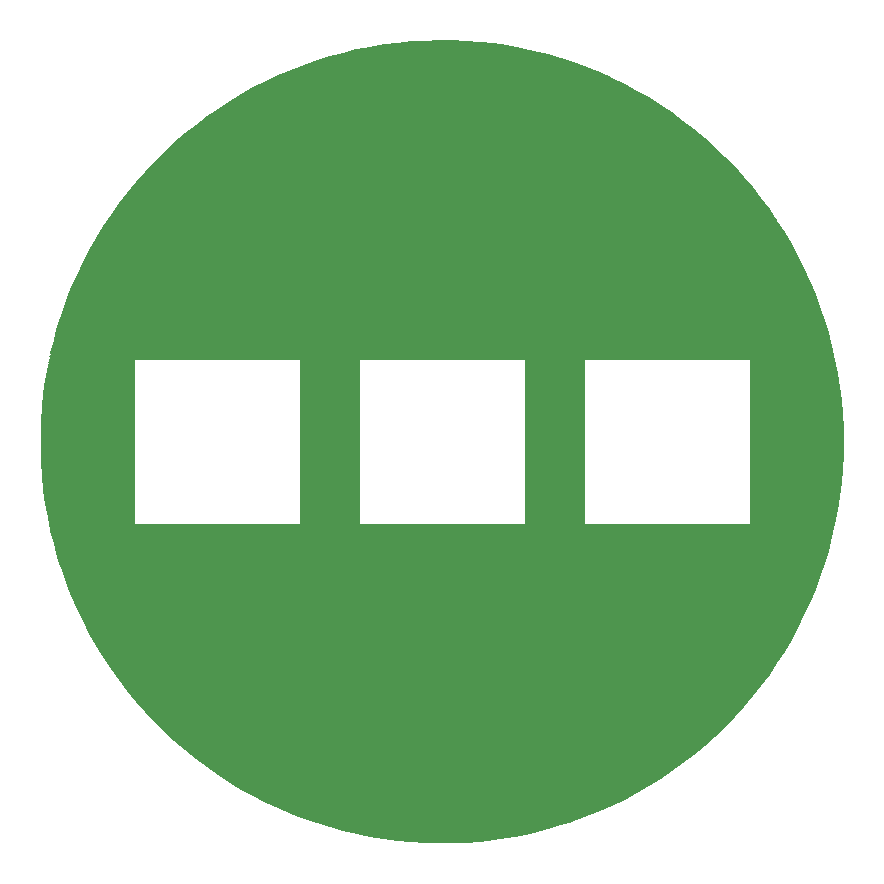
<source format=gbr>
%TF.GenerationSoftware,KiCad,Pcbnew,(7.0.0-0)*%
%TF.CreationDate,2023-04-23T04:49:58-05:00*%
%TF.ProjectId,RP2040_minimal,52503230-3430-45f6-9d69-6e696d616c2e,REV1*%
%TF.SameCoordinates,Original*%
%TF.FileFunction,Soldermask,Bot*%
%TF.FilePolarity,Negative*%
%FSLAX46Y46*%
G04 Gerber Fmt 4.6, Leading zero omitted, Abs format (unit mm)*
G04 Created by KiCad (PCBNEW (7.0.0-0)) date 2023-04-23 04:49:58*
%MOMM*%
%LPD*%
G01*
G04 APERTURE LIST*
%TA.AperFunction,Profile*%
%ADD10C,0.120000*%
%TD*%
%ADD11C,2.802000*%
%ADD12C,2.902000*%
%ADD13C,3.302000*%
G04 APERTURE END LIST*
D10*
%TO.C,REF\u002A\u002A*%
X-26050000Y7000000D02*
X-12050000Y7000000D01*
X-12050000Y7000000D02*
X-12050000Y-7000000D01*
X-12050000Y-7000000D02*
X-26050000Y-7000000D01*
X-26050000Y-7000000D02*
X-26050000Y7000000D01*
X-7000000Y7000000D02*
X7000000Y7000000D01*
X7000000Y7000000D02*
X7000000Y-7000000D01*
X7000000Y-7000000D02*
X-7000000Y-7000000D01*
X-7000000Y-7000000D02*
X-7000000Y7000000D01*
X12050000Y7000000D02*
X26050000Y7000000D01*
X26050000Y7000000D02*
X26050000Y-7000000D01*
X26050000Y-7000000D02*
X12050000Y-7000000D01*
X12050000Y-7000000D02*
X12050000Y7000000D01*
%TD*%
D11*
%TO.C,REF\u002A\u002A*%
X-12000000Y-19000000D03*
%TD*%
%TO.C,REF\u002A\u002A*%
X12000000Y-19000000D03*
%TD*%
D12*
%TO.C,REF\u002A\u002A*%
X0Y-19000000D03*
%TD*%
D13*
%TO.C,H2*%
X23500000Y12000000D03*
%TD*%
%TO.C,H1*%
X-23500000Y12000000D03*
%TD*%
G36*
X873714Y33988743D02*
G01*
X877112Y33988656D01*
X2039965Y33938718D01*
X2043357Y33938514D01*
X3203814Y33848687D01*
X3207198Y33848366D01*
X4363842Y33718762D01*
X4367213Y33718326D01*
X5518770Y33549087D01*
X5522124Y33548535D01*
X6667182Y33339867D01*
X6670515Y33339200D01*
X7807703Y33091356D01*
X7811011Y33090576D01*
X8939075Y32803826D01*
X8942354Y32802932D01*
X10059877Y32477637D01*
X10063124Y32476631D01*
X11168836Y32113162D01*
X11172046Y32112045D01*
X12264605Y31710841D01*
X12267775Y31709615D01*
X13345933Y31271139D01*
X13349059Y31269805D01*
X14411534Y30794573D01*
X14414613Y30793132D01*
X15460157Y30281704D01*
X15463184Y30280158D01*
X16490545Y29733147D01*
X16493517Y29731498D01*
X17501466Y29149557D01*
X17504380Y29147808D01*
X18491809Y28531580D01*
X18494661Y28529731D01*
X19460333Y27879983D01*
X19463120Y27878037D01*
X20405901Y27195537D01*
X20408620Y27193497D01*
X21327435Y26479021D01*
X21330082Y26476889D01*
X22223837Y25731287D01*
X22226409Y25729065D01*
X23094020Y24953241D01*
X23096514Y24950933D01*
X23937009Y24145759D01*
X23939423Y24143365D01*
X24751753Y23309842D01*
X24754083Y23307368D01*
X25537338Y22446433D01*
X25539582Y22443880D01*
X26292825Y21556562D01*
X26294980Y21553933D01*
X27017317Y20641285D01*
X27019380Y20638584D01*
X27709943Y19701700D01*
X27711913Y19698930D01*
X28369935Y18738858D01*
X28371808Y18736022D01*
X28996485Y17753926D01*
X28998259Y17751027D01*
X29588824Y16748119D01*
X29590499Y16745161D01*
X30146328Y15722498D01*
X30147899Y15719484D01*
X30668271Y14678392D01*
X30669738Y14675326D01*
X31154055Y13617006D01*
X31155417Y13613892D01*
X31603146Y12539503D01*
X31604399Y12536344D01*
X32014973Y11447250D01*
X32016117Y11444049D01*
X32389055Y10341523D01*
X32390089Y10338285D01*
X32724969Y9223580D01*
X32725891Y9220308D01*
X33022305Y8094775D01*
X33023114Y8091474D01*
X33280718Y6956421D01*
X33281413Y6953094D01*
X33499898Y5809891D01*
X33500479Y5806542D01*
X33679596Y4656476D01*
X33680061Y4653109D01*
X33819590Y3497617D01*
X33819940Y3494236D01*
X33919724Y2334589D01*
X33919957Y2331198D01*
X33979875Y1168816D01*
X33979991Y1165419D01*
X33999970Y1700D01*
X33999970Y-1698D01*
X33979991Y-1165418D01*
X33979875Y-1168815D01*
X33919957Y-2331197D01*
X33919724Y-2334588D01*
X33819940Y-3494235D01*
X33819590Y-3497616D01*
X33680061Y-4653108D01*
X33679596Y-4656475D01*
X33500479Y-5806541D01*
X33499898Y-5809890D01*
X33281413Y-6953093D01*
X33280718Y-6956420D01*
X33023114Y-8091473D01*
X33022305Y-8094774D01*
X32725891Y-9220307D01*
X32724969Y-9223579D01*
X32390089Y-10338284D01*
X32389055Y-10341522D01*
X32016117Y-11444048D01*
X32014973Y-11447249D01*
X31604399Y-12536343D01*
X31603146Y-12539502D01*
X31155417Y-13613891D01*
X31154055Y-13617005D01*
X30669738Y-14675325D01*
X30668271Y-14678391D01*
X30147899Y-15719483D01*
X30146328Y-15722497D01*
X29590499Y-16745160D01*
X29588824Y-16748118D01*
X28998259Y-17751026D01*
X28996485Y-17753925D01*
X28371808Y-18736021D01*
X28369935Y-18738857D01*
X27711913Y-19698929D01*
X27709943Y-19701699D01*
X27019380Y-20638583D01*
X27017317Y-20641284D01*
X26294980Y-21553932D01*
X26292825Y-21556561D01*
X25539582Y-22443879D01*
X25537338Y-22446432D01*
X24754083Y-23307367D01*
X24751753Y-23309841D01*
X23939423Y-24143364D01*
X23937009Y-24145758D01*
X23096514Y-24950932D01*
X23094020Y-24953240D01*
X22226409Y-25729064D01*
X22223837Y-25731286D01*
X21330082Y-26476888D01*
X21327435Y-26479020D01*
X20408620Y-27193496D01*
X20405901Y-27195536D01*
X19463120Y-27878036D01*
X19460333Y-27879982D01*
X18494661Y-28529730D01*
X18491809Y-28531579D01*
X17504380Y-29147807D01*
X17501466Y-29149556D01*
X16493517Y-29731497D01*
X16490545Y-29733146D01*
X15463184Y-30280157D01*
X15460157Y-30281703D01*
X14414613Y-30793131D01*
X14411534Y-30794572D01*
X13349059Y-31269804D01*
X13345933Y-31271138D01*
X12267775Y-31709614D01*
X12264605Y-31710840D01*
X11172046Y-32112044D01*
X11168836Y-32113161D01*
X10063124Y-32476630D01*
X10059877Y-32477636D01*
X8942354Y-32802931D01*
X8939075Y-32803825D01*
X7811011Y-33090575D01*
X7807703Y-33091355D01*
X6670515Y-33339199D01*
X6667182Y-33339866D01*
X5522124Y-33548534D01*
X5518770Y-33549086D01*
X4367213Y-33718325D01*
X4363842Y-33718761D01*
X3207198Y-33848365D01*
X3203814Y-33848686D01*
X2043357Y-33938513D01*
X2039965Y-33938717D01*
X877112Y-33988655D01*
X873714Y-33988742D01*
X-290134Y-33998732D01*
X-293533Y-33998703D01*
X-1457068Y-33968735D01*
X-1460464Y-33968589D01*
X-2622260Y-33898698D01*
X-2625649Y-33898436D01*
X-3784374Y-33788704D01*
X-3787751Y-33788326D01*
X-4942061Y-33638877D01*
X-4945424Y-33638382D01*
X-6093858Y-33449407D01*
X-6097202Y-33448798D01*
X-7238521Y-33220503D01*
X-7241842Y-33219779D01*
X-8374621Y-32952446D01*
X-8377915Y-32951609D01*
X-9500870Y-32645543D01*
X-9504134Y-32644593D01*
X-10615931Y-32300155D01*
X-10619160Y-32299093D01*
X-11718436Y-31916707D01*
X-11721626Y-31915536D01*
X-12807171Y-31495625D01*
X-12810320Y-31494344D01*
X-13880774Y-31037431D01*
X-13883877Y-31036044D01*
X-14938048Y-30542639D01*
X-14941101Y-30541145D01*
X-15977688Y-30011855D01*
X-15980688Y-30010258D01*
X-16998533Y-29445677D01*
X-17001476Y-29443977D01*
X-17999278Y-28844826D01*
X-18002162Y-28843027D01*
X-18978873Y-28209935D01*
X-18981693Y-28208037D01*
X-19936056Y-27541817D01*
X-19938809Y-27539824D01*
X-20869744Y-26841233D01*
X-20872427Y-26839147D01*
X-21778856Y-26108992D01*
X-21781466Y-26106814D01*
X-22662253Y-25346011D01*
X-22664787Y-25343746D01*
X-23518996Y-24553102D01*
X-23521450Y-24550750D01*
X-24347954Y-23731310D01*
X-24350327Y-23728876D01*
X-25148259Y-22881501D01*
X-25150546Y-22878987D01*
X-25918895Y-22004748D01*
X-25921095Y-22002157D01*
X-26659000Y-21102031D01*
X-26661109Y-21099366D01*
X-27367662Y-20174466D01*
X-27369679Y-20171730D01*
X-28044089Y-19223088D01*
X-28046010Y-19220284D01*
X-28687422Y-18249105D01*
X-28689247Y-18246237D01*
X-29296983Y-17253546D01*
X-29298707Y-17250617D01*
X-29871978Y-16237700D01*
X-29873601Y-16234714D01*
X-30411769Y-15202707D01*
X-30413289Y-15199667D01*
X-30915730Y-14149760D01*
X-30917144Y-14146669D01*
X-31383223Y-13080188D01*
X-31384531Y-13077051D01*
X-31813748Y-11995146D01*
X-31814947Y-11991965D01*
X-32206762Y-10895986D01*
X-32207851Y-10892766D01*
X-32561810Y-9783992D01*
X-32562788Y-9780737D01*
X-32878487Y-8660436D01*
X-32879352Y-8657149D01*
X-33156391Y-7526734D01*
X-33157144Y-7523420D01*
X-33269247Y-6986967D01*
X-26050000Y-6986967D01*
X-26047246Y-6997245D01*
X-26036967Y-7000000D01*
X-12063033Y-7000000D01*
X-12052755Y-6997245D01*
X-12050000Y-6986967D01*
X-7000000Y-6986967D01*
X-6997246Y-6997245D01*
X-6986967Y-7000000D01*
X6986967Y-7000000D01*
X6997245Y-6997245D01*
X7000000Y-6986967D01*
X12050000Y-6986967D01*
X12052754Y-6997245D01*
X12063033Y-7000000D01*
X26036967Y-7000000D01*
X26047245Y-6997245D01*
X26050000Y-6986967D01*
X26050000Y6986967D01*
X26047245Y6997246D01*
X26036967Y7000000D01*
X12063033Y7000000D01*
X12052754Y6997246D01*
X12050000Y6986967D01*
X12050000Y-6986967D01*
X7000000Y-6986967D01*
X7000000Y6986967D01*
X6997245Y6997246D01*
X6986967Y7000000D01*
X-6986967Y7000000D01*
X-6997246Y6997246D01*
X-7000000Y6986967D01*
X-7000000Y-6986967D01*
X-12050000Y-6986967D01*
X-12050000Y6986967D01*
X-12052755Y6997246D01*
X-12063033Y7000000D01*
X-26036967Y7000000D01*
X-26047246Y6997246D01*
X-26050000Y6986967D01*
X-26050000Y-6986967D01*
X-33269247Y-6986967D01*
X-33395231Y-6384091D01*
X-33395869Y-6380752D01*
X-33594698Y-5233954D01*
X-33595221Y-5230596D01*
X-33754570Y-4077629D01*
X-33754977Y-4074254D01*
X-33874648Y-2916546D01*
X-33874940Y-2913160D01*
X-33954803Y-1751973D01*
X-33954978Y-1748578D01*
X-33994932Y-585344D01*
X-33994990Y-581946D01*
X-33994990Y581946D01*
X-33994932Y585344D01*
X-33954978Y1748579D01*
X-33954803Y1751974D01*
X-33874940Y2913161D01*
X-33874648Y2916547D01*
X-33754977Y4074255D01*
X-33754570Y4077630D01*
X-33595221Y5230597D01*
X-33594698Y5233955D01*
X-33395869Y6380753D01*
X-33395231Y6384092D01*
X-33157144Y7523421D01*
X-33156391Y7526735D01*
X-32879352Y8657150D01*
X-32878487Y8660437D01*
X-32562788Y9780738D01*
X-32561810Y9783993D01*
X-32207851Y10892767D01*
X-32206762Y10895987D01*
X-31814947Y11991966D01*
X-31813748Y11995147D01*
X-31384531Y13077052D01*
X-31383223Y13080189D01*
X-30917144Y14146670D01*
X-30915730Y14149761D01*
X-30413289Y15199668D01*
X-30411769Y15202708D01*
X-29873601Y16234715D01*
X-29871978Y16237701D01*
X-29298707Y17250618D01*
X-29296983Y17253547D01*
X-28689247Y18246238D01*
X-28687422Y18249106D01*
X-28046010Y19220285D01*
X-28044089Y19223089D01*
X-27369679Y20171731D01*
X-27367662Y20174467D01*
X-26661109Y21099367D01*
X-26659000Y21102032D01*
X-25921095Y22002158D01*
X-25918895Y22004749D01*
X-25150546Y22878988D01*
X-25148259Y22881502D01*
X-24350327Y23728877D01*
X-24347954Y23731311D01*
X-23521450Y24550751D01*
X-23518996Y24553103D01*
X-22664787Y25343747D01*
X-22662253Y25346012D01*
X-21781466Y26106815D01*
X-21778856Y26108993D01*
X-20872427Y26839148D01*
X-20869744Y26841234D01*
X-19938809Y27539825D01*
X-19936056Y27541818D01*
X-18981693Y28208038D01*
X-18978873Y28209936D01*
X-18002162Y28843028D01*
X-17999278Y28844827D01*
X-17001476Y29443978D01*
X-16998533Y29445678D01*
X-15980688Y30010259D01*
X-15977688Y30011856D01*
X-14941101Y30541146D01*
X-14938048Y30542640D01*
X-13883877Y31036045D01*
X-13880774Y31037432D01*
X-12810320Y31494345D01*
X-12807171Y31495626D01*
X-11721626Y31915537D01*
X-11718436Y31916708D01*
X-10619160Y32299094D01*
X-10615931Y32300156D01*
X-9504134Y32644594D01*
X-9500870Y32645544D01*
X-8377915Y32951610D01*
X-8374621Y32952447D01*
X-7241842Y33219780D01*
X-7238521Y33220504D01*
X-6097202Y33448799D01*
X-6093858Y33449408D01*
X-4945424Y33638383D01*
X-4942061Y33638878D01*
X-3787751Y33788327D01*
X-3784374Y33788705D01*
X-2625649Y33898437D01*
X-2622260Y33898699D01*
X-1460464Y33968590D01*
X-1457068Y33968736D01*
X-293533Y33998704D01*
X-290134Y33998733D01*
X873714Y33988743D01*
G37*
G36*
X-2678831Y-26390166D02*
G01*
X-2666856Y-26390762D01*
X-2655107Y-26391910D01*
X-2643264Y-26393639D01*
X-2631685Y-26395896D01*
X-2620050Y-26398745D01*
X-2608728Y-26402097D01*
X-2597419Y-26406039D01*
X-2586482Y-26410444D01*
X-2575597Y-26415443D01*
X-2565115Y-26420876D01*
X-2554754Y-26426888D01*
X-2544836Y-26433292D01*
X-2535098Y-26440259D01*
X-2525847Y-26447567D01*
X-2516807Y-26455434D01*
X-2508278Y-26463602D01*
X-2500039Y-26472281D01*
X-2492333Y-26481213D01*
X-2484944Y-26490651D01*
X-2478122Y-26500275D01*
X-2470074Y-26512857D01*
X-2467012Y-26517906D01*
X-404697Y-30107905D01*
X-401881Y-30113088D01*
X-395065Y-30126379D01*
X-390183Y-30137132D01*
X-385757Y-30148259D01*
X-381925Y-30159409D01*
X-378574Y-30170912D01*
X-375814Y-30182396D01*
X-373573Y-30194164D01*
X-371921Y-30205833D01*
X-370808Y-30217753D01*
X-370271Y-30229560D01*
X-370298Y-30241545D01*
X-370884Y-30253311D01*
X-372047Y-30265227D01*
X-373754Y-30276919D01*
X-376046Y-30288671D01*
X-378850Y-30300121D01*
X-382250Y-30311610D01*
X-386135Y-30322757D01*
X-390609Y-30333863D01*
X-395539Y-30344596D01*
X-401055Y-30355237D01*
X-406970Y-30365430D01*
X-413464Y-30375488D01*
X-420336Y-30385095D01*
X-427762Y-30394495D01*
X-435506Y-30403393D01*
X-443785Y-30412038D01*
X-452343Y-30420162D01*
X-461411Y-30427985D01*
X-470698Y-30435256D01*
X-480478Y-30442189D01*
X-490418Y-30448547D01*
X-500797Y-30454510D01*
X-511312Y-30459902D01*
X-522227Y-30464857D01*
X-533185Y-30469216D01*
X-544496Y-30473103D01*
X-555822Y-30476402D01*
X-567478Y-30479203D01*
X-579063Y-30481410D01*
X-590925Y-30483090D01*
X-602685Y-30484187D01*
X-617586Y-30484864D01*
X-623483Y-30484992D01*
X-4763693Y-30476010D01*
X-4769591Y-30475857D01*
X-4784513Y-30475114D01*
X-4796259Y-30473966D01*
X-4808102Y-30472237D01*
X-4819681Y-30469980D01*
X-4831316Y-30467131D01*
X-4842638Y-30463779D01*
X-4853947Y-30459837D01*
X-4864884Y-30455432D01*
X-4875769Y-30450433D01*
X-4886251Y-30445000D01*
X-4896612Y-30438988D01*
X-4906530Y-30432584D01*
X-4916268Y-30425617D01*
X-4925519Y-30418309D01*
X-4934559Y-30410442D01*
X-4943088Y-30402274D01*
X-4951327Y-30393595D01*
X-4959033Y-30384663D01*
X-4966422Y-30375225D01*
X-4973242Y-30365603D01*
X-4979695Y-30355515D01*
X-4985578Y-30345275D01*
X-4991042Y-30334619D01*
X-4995921Y-30323872D01*
X-5000347Y-30312745D01*
X-5004179Y-30301595D01*
X-5007530Y-30290092D01*
X-5010290Y-30278608D01*
X-5012531Y-30266840D01*
X-5014183Y-30255171D01*
X-5015296Y-30243251D01*
X-5015833Y-30231444D01*
X-5015806Y-30219459D01*
X-5015220Y-30207693D01*
X-5014057Y-30195777D01*
X-5012350Y-30184085D01*
X-5010058Y-30172333D01*
X-5007254Y-30160883D01*
X-5003854Y-30149394D01*
X-4999969Y-30138247D01*
X-4995495Y-30127141D01*
X-4990566Y-30116410D01*
X-4983687Y-30103139D01*
X-4980850Y-30097971D01*
X-2902980Y-26516957D01*
X-2899898Y-26511924D01*
X-2891796Y-26499377D01*
X-2884927Y-26489776D01*
X-2877501Y-26480376D01*
X-2869757Y-26471478D01*
X-2861478Y-26462833D01*
X-2852920Y-26454709D01*
X-2843852Y-26446886D01*
X-2834565Y-26439615D01*
X-2824785Y-26432682D01*
X-2814845Y-26426324D01*
X-2804466Y-26420361D01*
X-2793951Y-26414969D01*
X-2783036Y-26410014D01*
X-2772078Y-26405655D01*
X-2760767Y-26401768D01*
X-2749441Y-26398469D01*
X-2737785Y-26395668D01*
X-2726200Y-26393461D01*
X-2714338Y-26391781D01*
X-2702576Y-26390684D01*
X-2690621Y-26390141D01*
X-2678831Y-26390166D01*
G37*
G36*
X7831431Y24374706D02*
G01*
X7843406Y24374110D01*
X7855155Y24372962D01*
X7866998Y24371233D01*
X7878577Y24368976D01*
X7890212Y24366127D01*
X7901534Y24362775D01*
X7912843Y24358833D01*
X7923780Y24354428D01*
X7934665Y24349429D01*
X7945147Y24343996D01*
X7955508Y24337984D01*
X7965426Y24331580D01*
X7975164Y24324613D01*
X7984415Y24317305D01*
X7993455Y24309438D01*
X8001984Y24301270D01*
X8010223Y24292591D01*
X8017929Y24283659D01*
X8025318Y24274221D01*
X8032140Y24264597D01*
X8040188Y24252015D01*
X8043250Y24246966D01*
X10105565Y20656967D01*
X10108381Y20651784D01*
X10115197Y20638493D01*
X10120079Y20627740D01*
X10124505Y20616613D01*
X10128337Y20605463D01*
X10131688Y20593960D01*
X10134448Y20582476D01*
X10136689Y20570708D01*
X10138341Y20559039D01*
X10139454Y20547119D01*
X10139991Y20535312D01*
X10139964Y20523327D01*
X10139378Y20511561D01*
X10138215Y20499645D01*
X10136508Y20487953D01*
X10134216Y20476201D01*
X10131412Y20464751D01*
X10128012Y20453262D01*
X10124127Y20442115D01*
X10119653Y20431009D01*
X10114723Y20420276D01*
X10109207Y20409635D01*
X10103292Y20399442D01*
X10096798Y20389384D01*
X10089926Y20379777D01*
X10082500Y20370377D01*
X10074756Y20361479D01*
X10066477Y20352834D01*
X10057919Y20344710D01*
X10048851Y20336887D01*
X10039564Y20329616D01*
X10029784Y20322683D01*
X10019844Y20316325D01*
X10009465Y20310362D01*
X9998950Y20304970D01*
X9988035Y20300015D01*
X9977077Y20295656D01*
X9965766Y20291769D01*
X9954440Y20288470D01*
X9942784Y20285669D01*
X9931199Y20283462D01*
X9919337Y20281782D01*
X9907577Y20280685D01*
X9892676Y20280008D01*
X9886779Y20279880D01*
X5746569Y20288862D01*
X5740671Y20289015D01*
X5725749Y20289758D01*
X5714003Y20290906D01*
X5702160Y20292635D01*
X5690581Y20294892D01*
X5678946Y20297741D01*
X5667624Y20301093D01*
X5656315Y20305035D01*
X5645378Y20309440D01*
X5634493Y20314439D01*
X5624011Y20319872D01*
X5613650Y20325884D01*
X5603732Y20332288D01*
X5593994Y20339255D01*
X5584743Y20346563D01*
X5575703Y20354430D01*
X5567174Y20362598D01*
X5558935Y20371277D01*
X5551229Y20380209D01*
X5543840Y20389647D01*
X5537020Y20399269D01*
X5530567Y20409357D01*
X5524684Y20419597D01*
X5519220Y20430253D01*
X5514341Y20441000D01*
X5509915Y20452127D01*
X5506083Y20463277D01*
X5502732Y20474780D01*
X5499972Y20486264D01*
X5497731Y20498032D01*
X5496079Y20509701D01*
X5494966Y20521621D01*
X5494429Y20533428D01*
X5494456Y20545413D01*
X5495042Y20557179D01*
X5496205Y20569095D01*
X5497912Y20580787D01*
X5500204Y20592539D01*
X5503008Y20603989D01*
X5506408Y20615478D01*
X5510293Y20626625D01*
X5514767Y20637731D01*
X5519696Y20648462D01*
X5526575Y20661733D01*
X5529412Y20666901D01*
X7607282Y24247915D01*
X7610364Y24252948D01*
X7618466Y24265495D01*
X7625335Y24275096D01*
X7632761Y24284496D01*
X7640505Y24293394D01*
X7648784Y24302039D01*
X7657342Y24310163D01*
X7666410Y24317986D01*
X7675697Y24325257D01*
X7685477Y24332190D01*
X7695417Y24338548D01*
X7705796Y24344511D01*
X7716311Y24349903D01*
X7727226Y24354858D01*
X7738184Y24359217D01*
X7749495Y24363104D01*
X7760821Y24366403D01*
X7772477Y24369204D01*
X7784062Y24371411D01*
X7795924Y24373091D01*
X7807686Y24374188D01*
X7819641Y24374731D01*
X7831431Y24374706D01*
G37*
G36*
X7041401Y-9080560D02*
G01*
X7053376Y-9081156D01*
X7065125Y-9082304D01*
X7076968Y-9084033D01*
X7088547Y-9086290D01*
X7100182Y-9089139D01*
X7111504Y-9092491D01*
X7122813Y-9096433D01*
X7133750Y-9100838D01*
X7144635Y-9105837D01*
X7155117Y-9111270D01*
X7165478Y-9117282D01*
X7175396Y-9123686D01*
X7185134Y-9130653D01*
X7194385Y-9137961D01*
X7203425Y-9145828D01*
X7211954Y-9153996D01*
X7220193Y-9162675D01*
X7227899Y-9171607D01*
X7235288Y-9181045D01*
X7242110Y-9190669D01*
X7250158Y-9203251D01*
X7253220Y-9208300D01*
X9315535Y-12798299D01*
X9318351Y-12803482D01*
X9325167Y-12816773D01*
X9330049Y-12827526D01*
X9334475Y-12838653D01*
X9338307Y-12849803D01*
X9341658Y-12861306D01*
X9344418Y-12872790D01*
X9346659Y-12884558D01*
X9348311Y-12896227D01*
X9349424Y-12908147D01*
X9349961Y-12919954D01*
X9349934Y-12931939D01*
X9349348Y-12943705D01*
X9348185Y-12955621D01*
X9346478Y-12967313D01*
X9344186Y-12979065D01*
X9341382Y-12990515D01*
X9337982Y-13002004D01*
X9334097Y-13013151D01*
X9329623Y-13024257D01*
X9324693Y-13034990D01*
X9319177Y-13045631D01*
X9313262Y-13055824D01*
X9306768Y-13065882D01*
X9299896Y-13075489D01*
X9292470Y-13084889D01*
X9284726Y-13093787D01*
X9276447Y-13102432D01*
X9267889Y-13110556D01*
X9258821Y-13118379D01*
X9249534Y-13125650D01*
X9239754Y-13132583D01*
X9229814Y-13138941D01*
X9219435Y-13144904D01*
X9208920Y-13150296D01*
X9198005Y-13155251D01*
X9187047Y-13159610D01*
X9175736Y-13163497D01*
X9164410Y-13166796D01*
X9152754Y-13169597D01*
X9141169Y-13171804D01*
X9129307Y-13173484D01*
X9117547Y-13174581D01*
X9102646Y-13175258D01*
X9096749Y-13175386D01*
X4956539Y-13166404D01*
X4950641Y-13166251D01*
X4935719Y-13165508D01*
X4923973Y-13164360D01*
X4912130Y-13162631D01*
X4900551Y-13160374D01*
X4888916Y-13157525D01*
X4877594Y-13154173D01*
X4866285Y-13150231D01*
X4855348Y-13145826D01*
X4844463Y-13140827D01*
X4833981Y-13135394D01*
X4823620Y-13129382D01*
X4813702Y-13122978D01*
X4803964Y-13116011D01*
X4794713Y-13108703D01*
X4785673Y-13100836D01*
X4777144Y-13092668D01*
X4768905Y-13083989D01*
X4761199Y-13075057D01*
X4753810Y-13065619D01*
X4746990Y-13055997D01*
X4740537Y-13045909D01*
X4734654Y-13035669D01*
X4729190Y-13025013D01*
X4724311Y-13014266D01*
X4719885Y-13003139D01*
X4716053Y-12991989D01*
X4712702Y-12980486D01*
X4709942Y-12969002D01*
X4707701Y-12957234D01*
X4706049Y-12945565D01*
X4704936Y-12933645D01*
X4704399Y-12921838D01*
X4704426Y-12909853D01*
X4705012Y-12898087D01*
X4706175Y-12886171D01*
X4707882Y-12874479D01*
X4710174Y-12862727D01*
X4712978Y-12851277D01*
X4716378Y-12839788D01*
X4720263Y-12828641D01*
X4724737Y-12817535D01*
X4729666Y-12806804D01*
X4736545Y-12793533D01*
X4739382Y-12788365D01*
X6817252Y-9207351D01*
X6820334Y-9202318D01*
X6828436Y-9189771D01*
X6835305Y-9180170D01*
X6842731Y-9170770D01*
X6850475Y-9161872D01*
X6858754Y-9153227D01*
X6867312Y-9145103D01*
X6876380Y-9137280D01*
X6885667Y-9130009D01*
X6895447Y-9123076D01*
X6905387Y-9116718D01*
X6915766Y-9110755D01*
X6926281Y-9105363D01*
X6937196Y-9100408D01*
X6948154Y-9096049D01*
X6959465Y-9092162D01*
X6970791Y-9088863D01*
X6982447Y-9086062D01*
X6994032Y-9083855D01*
X7005894Y-9082175D01*
X7017656Y-9081078D01*
X7029611Y-9080535D01*
X7041401Y-9080560D01*
G37*
G36*
X-14683831Y14269834D02*
G01*
X-14671856Y14269238D01*
X-14660107Y14268090D01*
X-14648264Y14266361D01*
X-14636685Y14264104D01*
X-14625050Y14261255D01*
X-14613728Y14257903D01*
X-14602419Y14253961D01*
X-14591482Y14249556D01*
X-14580597Y14244557D01*
X-14570115Y14239124D01*
X-14559754Y14233112D01*
X-14549836Y14226708D01*
X-14540098Y14219741D01*
X-14530847Y14212433D01*
X-14521807Y14204566D01*
X-14513278Y14196398D01*
X-14505039Y14187719D01*
X-14497333Y14178787D01*
X-14489944Y14169349D01*
X-14483122Y14159725D01*
X-14475074Y14147143D01*
X-14472012Y14142094D01*
X-12409697Y10552095D01*
X-12406881Y10546912D01*
X-12400065Y10533621D01*
X-12395183Y10522868D01*
X-12390757Y10511741D01*
X-12386925Y10500591D01*
X-12383574Y10489088D01*
X-12380814Y10477604D01*
X-12378573Y10465836D01*
X-12376921Y10454167D01*
X-12375808Y10442247D01*
X-12375271Y10430440D01*
X-12375298Y10418455D01*
X-12375884Y10406689D01*
X-12377047Y10394773D01*
X-12378754Y10383081D01*
X-12381046Y10371329D01*
X-12383850Y10359879D01*
X-12387250Y10348390D01*
X-12391135Y10337243D01*
X-12395609Y10326137D01*
X-12400539Y10315404D01*
X-12406055Y10304763D01*
X-12411970Y10294570D01*
X-12418464Y10284512D01*
X-12425336Y10274905D01*
X-12432762Y10265505D01*
X-12440506Y10256607D01*
X-12448785Y10247962D01*
X-12457343Y10239838D01*
X-12466411Y10232015D01*
X-12475698Y10224744D01*
X-12485478Y10217811D01*
X-12495418Y10211453D01*
X-12505797Y10205490D01*
X-12516312Y10200098D01*
X-12527227Y10195143D01*
X-12538185Y10190784D01*
X-12549496Y10186897D01*
X-12560822Y10183598D01*
X-12572478Y10180797D01*
X-12584063Y10178590D01*
X-12595925Y10176910D01*
X-12607685Y10175813D01*
X-12622586Y10175136D01*
X-12628483Y10175008D01*
X-16768693Y10183990D01*
X-16774591Y10184143D01*
X-16789513Y10184886D01*
X-16801259Y10186034D01*
X-16813102Y10187763D01*
X-16824681Y10190020D01*
X-16836316Y10192869D01*
X-16847638Y10196221D01*
X-16858947Y10200163D01*
X-16869884Y10204568D01*
X-16880769Y10209567D01*
X-16891251Y10215000D01*
X-16901612Y10221012D01*
X-16911530Y10227416D01*
X-16921268Y10234383D01*
X-16930519Y10241691D01*
X-16939559Y10249558D01*
X-16948088Y10257726D01*
X-16956327Y10266405D01*
X-16964033Y10275337D01*
X-16971422Y10284775D01*
X-16978242Y10294397D01*
X-16984695Y10304485D01*
X-16990578Y10314725D01*
X-16996042Y10325381D01*
X-17000921Y10336128D01*
X-17005347Y10347255D01*
X-17009179Y10358405D01*
X-17012530Y10369908D01*
X-17015290Y10381392D01*
X-17017531Y10393160D01*
X-17019183Y10404829D01*
X-17020296Y10416749D01*
X-17020833Y10428556D01*
X-17020806Y10440541D01*
X-17020220Y10452307D01*
X-17019057Y10464223D01*
X-17017350Y10475915D01*
X-17015058Y10487667D01*
X-17012254Y10499117D01*
X-17008854Y10510606D01*
X-17004969Y10521753D01*
X-17000495Y10532859D01*
X-16995566Y10543590D01*
X-16988687Y10556861D01*
X-16985850Y10562029D01*
X-14907980Y14143043D01*
X-14904898Y14148076D01*
X-14896796Y14160623D01*
X-14889927Y14170224D01*
X-14882501Y14179624D01*
X-14874757Y14188522D01*
X-14866478Y14197167D01*
X-14857920Y14205291D01*
X-14848852Y14213114D01*
X-14839565Y14220385D01*
X-14829785Y14227318D01*
X-14819845Y14233676D01*
X-14809466Y14239639D01*
X-14798951Y14245031D01*
X-14788036Y14249986D01*
X-14777078Y14254345D01*
X-14765767Y14258232D01*
X-14754441Y14261531D01*
X-14742785Y14264332D01*
X-14731200Y14266539D01*
X-14719338Y14268219D01*
X-14707576Y14269316D01*
X-14695621Y14269859D01*
X-14683831Y14269834D01*
G37*
G36*
X9476431Y-15590294D02*
G01*
X9488406Y-15590890D01*
X9500155Y-15592038D01*
X9511998Y-15593767D01*
X9523577Y-15596024D01*
X9535212Y-15598873D01*
X9546534Y-15602225D01*
X9557843Y-15606167D01*
X9568780Y-15610572D01*
X9579665Y-15615571D01*
X9590147Y-15621004D01*
X9600508Y-15627016D01*
X9610426Y-15633420D01*
X9620164Y-15640387D01*
X9629415Y-15647695D01*
X9638455Y-15655562D01*
X9646984Y-15663730D01*
X9655223Y-15672409D01*
X9662929Y-15681341D01*
X9670318Y-15690779D01*
X9677140Y-15700403D01*
X9685188Y-15712985D01*
X9688250Y-15718034D01*
X11750565Y-19308033D01*
X11753381Y-19313216D01*
X11760197Y-19326507D01*
X11765079Y-19337260D01*
X11769505Y-19348387D01*
X11773337Y-19359537D01*
X11776688Y-19371040D01*
X11779448Y-19382524D01*
X11781689Y-19394292D01*
X11783341Y-19405961D01*
X11784454Y-19417881D01*
X11784991Y-19429688D01*
X11784964Y-19441673D01*
X11784378Y-19453439D01*
X11783215Y-19465355D01*
X11781508Y-19477047D01*
X11779216Y-19488799D01*
X11776412Y-19500249D01*
X11773012Y-19511738D01*
X11769127Y-19522885D01*
X11764653Y-19533991D01*
X11759723Y-19544724D01*
X11754207Y-19555365D01*
X11748292Y-19565558D01*
X11741798Y-19575616D01*
X11734926Y-19585223D01*
X11727500Y-19594623D01*
X11719756Y-19603521D01*
X11711477Y-19612166D01*
X11702919Y-19620290D01*
X11693851Y-19628113D01*
X11684564Y-19635384D01*
X11674784Y-19642317D01*
X11664844Y-19648675D01*
X11654465Y-19654638D01*
X11643950Y-19660030D01*
X11633035Y-19664985D01*
X11622077Y-19669344D01*
X11610766Y-19673231D01*
X11599440Y-19676530D01*
X11587784Y-19679331D01*
X11576199Y-19681538D01*
X11564337Y-19683218D01*
X11552577Y-19684315D01*
X11537676Y-19684992D01*
X11531779Y-19685120D01*
X7391569Y-19676138D01*
X7385671Y-19675985D01*
X7370749Y-19675242D01*
X7359003Y-19674094D01*
X7347160Y-19672365D01*
X7335581Y-19670108D01*
X7323946Y-19667259D01*
X7312624Y-19663907D01*
X7301315Y-19659965D01*
X7290378Y-19655560D01*
X7279493Y-19650561D01*
X7269011Y-19645128D01*
X7258650Y-19639116D01*
X7248732Y-19632712D01*
X7238994Y-19625745D01*
X7229743Y-19618437D01*
X7220703Y-19610570D01*
X7212174Y-19602402D01*
X7203935Y-19593723D01*
X7196229Y-19584791D01*
X7188840Y-19575353D01*
X7182020Y-19565731D01*
X7175567Y-19555643D01*
X7169684Y-19545403D01*
X7164220Y-19534747D01*
X7159341Y-19524000D01*
X7154915Y-19512873D01*
X7151083Y-19501723D01*
X7147732Y-19490220D01*
X7144972Y-19478736D01*
X7142731Y-19466968D01*
X7141079Y-19455299D01*
X7139966Y-19443379D01*
X7139429Y-19431572D01*
X7139456Y-19419587D01*
X7140042Y-19407821D01*
X7141205Y-19395905D01*
X7142912Y-19384213D01*
X7145204Y-19372461D01*
X7148008Y-19361011D01*
X7151408Y-19349522D01*
X7155293Y-19338375D01*
X7159767Y-19327269D01*
X7164696Y-19316538D01*
X7171575Y-19303267D01*
X7174412Y-19298099D01*
X9252282Y-15717085D01*
X9255364Y-15712052D01*
X9263466Y-15699505D01*
X9270335Y-15689904D01*
X9277761Y-15680504D01*
X9285505Y-15671606D01*
X9293784Y-15662961D01*
X9302342Y-15654837D01*
X9311410Y-15647014D01*
X9320697Y-15639743D01*
X9330477Y-15632810D01*
X9340417Y-15626452D01*
X9350796Y-15620489D01*
X9361311Y-15615097D01*
X9372226Y-15610142D01*
X9383184Y-15605783D01*
X9394495Y-15601896D01*
X9405821Y-15598597D01*
X9417477Y-15595796D01*
X9429062Y-15593589D01*
X9440924Y-15591909D01*
X9452686Y-15590812D01*
X9464641Y-15590269D01*
X9476431Y-15590294D01*
G37*
G36*
X28035965Y19198885D02*
G01*
X28082509Y19158221D01*
X28369700Y18739201D01*
X28372046Y18735648D01*
X28996243Y17754306D01*
X28998466Y17750675D01*
X29588616Y16748471D01*
X29590713Y16744766D01*
X29897740Y16179871D01*
X29912768Y16118195D01*
X29895303Y16057164D01*
X29849924Y16012773D01*
X29788523Y15996657D01*
X26483729Y16003826D01*
X26477831Y16003979D01*
X26462909Y16004722D01*
X26451163Y16005870D01*
X26439320Y16007599D01*
X26427741Y16009856D01*
X26416106Y16012705D01*
X26404784Y16016057D01*
X26393475Y16019999D01*
X26382538Y16024404D01*
X26371653Y16029403D01*
X26361171Y16034836D01*
X26350810Y16040848D01*
X26340892Y16047252D01*
X26331154Y16054219D01*
X26321903Y16061527D01*
X26312863Y16069394D01*
X26304334Y16077562D01*
X26296095Y16086241D01*
X26288389Y16095173D01*
X26281000Y16104611D01*
X26274180Y16114233D01*
X26267727Y16124321D01*
X26261844Y16134561D01*
X26256380Y16145217D01*
X26251501Y16155964D01*
X26247075Y16167091D01*
X26243243Y16178241D01*
X26239892Y16189744D01*
X26237132Y16201228D01*
X26234891Y16212996D01*
X26233239Y16224665D01*
X26232126Y16236585D01*
X26231589Y16248392D01*
X26231616Y16260377D01*
X26232202Y16272143D01*
X26233365Y16284059D01*
X26235072Y16295751D01*
X26237364Y16307503D01*
X26240168Y16318953D01*
X26243568Y16330442D01*
X26247453Y16341589D01*
X26251927Y16352695D01*
X26256856Y16363426D01*
X26263735Y16376697D01*
X26266572Y16381865D01*
X27872975Y19150351D01*
X27916338Y19194392D01*
X27975573Y19212031D01*
X28035965Y19198885D01*
G37*
G36*
X10937272Y11494834D02*
G01*
X10949247Y11494238D01*
X10960996Y11493090D01*
X10972839Y11491361D01*
X10984418Y11489104D01*
X10996053Y11486255D01*
X11007375Y11482903D01*
X11018684Y11478961D01*
X11029621Y11474556D01*
X11040506Y11469557D01*
X11050988Y11464124D01*
X11061349Y11458112D01*
X11071267Y11451708D01*
X11081005Y11444741D01*
X11090256Y11437433D01*
X11099296Y11429566D01*
X11107825Y11421398D01*
X11116064Y11412719D01*
X11123770Y11403787D01*
X11131159Y11394349D01*
X11137981Y11384725D01*
X11146029Y11372143D01*
X11149091Y11367094D01*
X13211406Y7777095D01*
X13214222Y7771912D01*
X13221038Y7758621D01*
X13225920Y7747868D01*
X13230346Y7736741D01*
X13234178Y7725591D01*
X13237529Y7714088D01*
X13240289Y7702604D01*
X13242530Y7690836D01*
X13244182Y7679167D01*
X13245295Y7667247D01*
X13245832Y7655440D01*
X13245805Y7643455D01*
X13245219Y7631689D01*
X13244056Y7619773D01*
X13242349Y7608081D01*
X13240057Y7596329D01*
X13237253Y7584879D01*
X13233853Y7573390D01*
X13229968Y7562243D01*
X13225494Y7551137D01*
X13220564Y7540404D01*
X13215048Y7529763D01*
X13209133Y7519570D01*
X13202639Y7509512D01*
X13195767Y7499905D01*
X13188341Y7490505D01*
X13180597Y7481607D01*
X13172318Y7472962D01*
X13163760Y7464838D01*
X13154692Y7457015D01*
X13145405Y7449744D01*
X13135625Y7442811D01*
X13125685Y7436453D01*
X13115306Y7430490D01*
X13104791Y7425098D01*
X13093876Y7420143D01*
X13082918Y7415784D01*
X13071607Y7411897D01*
X13060281Y7408598D01*
X13048625Y7405797D01*
X13037040Y7403590D01*
X13025178Y7401910D01*
X13013418Y7400813D01*
X12998517Y7400136D01*
X12992620Y7400008D01*
X8852410Y7408990D01*
X8846512Y7409143D01*
X8831590Y7409886D01*
X8819844Y7411034D01*
X8808001Y7412763D01*
X8796422Y7415020D01*
X8784787Y7417869D01*
X8773465Y7421221D01*
X8762156Y7425163D01*
X8751219Y7429568D01*
X8740334Y7434567D01*
X8729852Y7440000D01*
X8719491Y7446012D01*
X8709573Y7452416D01*
X8699835Y7459383D01*
X8690584Y7466691D01*
X8681544Y7474558D01*
X8673015Y7482726D01*
X8664776Y7491405D01*
X8657070Y7500337D01*
X8649681Y7509775D01*
X8642861Y7519397D01*
X8636408Y7529485D01*
X8630525Y7539725D01*
X8625061Y7550381D01*
X8620182Y7561128D01*
X8615756Y7572255D01*
X8611924Y7583405D01*
X8608573Y7594908D01*
X8605813Y7606392D01*
X8603572Y7618160D01*
X8601920Y7629829D01*
X8600807Y7641749D01*
X8600270Y7653556D01*
X8600297Y7665541D01*
X8600883Y7677307D01*
X8602046Y7689223D01*
X8603753Y7700915D01*
X8606045Y7712667D01*
X8608849Y7724117D01*
X8612249Y7735606D01*
X8616134Y7746753D01*
X8620608Y7757859D01*
X8625537Y7768590D01*
X8632416Y7781861D01*
X8635253Y7787029D01*
X10713123Y11368043D01*
X10716205Y11373076D01*
X10724307Y11385623D01*
X10731176Y11395224D01*
X10738602Y11404624D01*
X10746346Y11413522D01*
X10754625Y11422167D01*
X10763183Y11430291D01*
X10772251Y11438114D01*
X10781538Y11445385D01*
X10791318Y11452318D01*
X10801258Y11458676D01*
X10811637Y11464639D01*
X10822152Y11470031D01*
X10833067Y11474986D01*
X10844025Y11479345D01*
X10855336Y11483232D01*
X10866662Y11486531D01*
X10878318Y11489332D01*
X10889903Y11491539D01*
X10901765Y11493219D01*
X10913527Y11494316D01*
X10925482Y11494859D01*
X10937272Y11494834D01*
G37*
G36*
X-23858831Y-11155166D02*
G01*
X-23846856Y-11155762D01*
X-23835107Y-11156910D01*
X-23823264Y-11158639D01*
X-23811685Y-11160896D01*
X-23800050Y-11163745D01*
X-23788728Y-11167097D01*
X-23777419Y-11171039D01*
X-23766482Y-11175444D01*
X-23755597Y-11180443D01*
X-23745115Y-11185876D01*
X-23734754Y-11191888D01*
X-23724836Y-11198292D01*
X-23715098Y-11205259D01*
X-23705847Y-11212567D01*
X-23696807Y-11220434D01*
X-23688278Y-11228602D01*
X-23680039Y-11237281D01*
X-23672333Y-11246213D01*
X-23664944Y-11255651D01*
X-23658122Y-11265275D01*
X-23650074Y-11277857D01*
X-23647012Y-11282906D01*
X-21584697Y-14872905D01*
X-21581881Y-14878088D01*
X-21575065Y-14891379D01*
X-21570183Y-14902132D01*
X-21565757Y-14913259D01*
X-21561925Y-14924409D01*
X-21558574Y-14935912D01*
X-21555814Y-14947396D01*
X-21553573Y-14959164D01*
X-21551921Y-14970833D01*
X-21550808Y-14982753D01*
X-21550271Y-14994560D01*
X-21550298Y-15006545D01*
X-21550884Y-15018311D01*
X-21552047Y-15030227D01*
X-21553754Y-15041919D01*
X-21556046Y-15053671D01*
X-21558850Y-15065121D01*
X-21562250Y-15076610D01*
X-21566135Y-15087757D01*
X-21570609Y-15098863D01*
X-21575539Y-15109596D01*
X-21581055Y-15120237D01*
X-21586970Y-15130430D01*
X-21593464Y-15140488D01*
X-21600336Y-15150095D01*
X-21607762Y-15159495D01*
X-21615506Y-15168393D01*
X-21623785Y-15177038D01*
X-21632343Y-15185162D01*
X-21641411Y-15192985D01*
X-21650698Y-15200256D01*
X-21660478Y-15207189D01*
X-21670418Y-15213547D01*
X-21680797Y-15219510D01*
X-21691312Y-15224902D01*
X-21702227Y-15229857D01*
X-21713185Y-15234216D01*
X-21724496Y-15238103D01*
X-21735822Y-15241402D01*
X-21747478Y-15244203D01*
X-21759063Y-15246410D01*
X-21770925Y-15248090D01*
X-21782685Y-15249187D01*
X-21797586Y-15249864D01*
X-21803483Y-15249992D01*
X-25943693Y-15241010D01*
X-25949591Y-15240857D01*
X-25964513Y-15240114D01*
X-25976259Y-15238966D01*
X-25988102Y-15237237D01*
X-25999681Y-15234980D01*
X-26011316Y-15232131D01*
X-26022638Y-15228779D01*
X-26033947Y-15224837D01*
X-26044884Y-15220432D01*
X-26055769Y-15215433D01*
X-26066251Y-15210000D01*
X-26076612Y-15203988D01*
X-26086530Y-15197584D01*
X-26096268Y-15190617D01*
X-26105519Y-15183309D01*
X-26114559Y-15175442D01*
X-26123088Y-15167274D01*
X-26131327Y-15158595D01*
X-26139033Y-15149663D01*
X-26146422Y-15140225D01*
X-26153242Y-15130603D01*
X-26159695Y-15120515D01*
X-26165578Y-15110275D01*
X-26171042Y-15099619D01*
X-26175921Y-15088872D01*
X-26180347Y-15077745D01*
X-26184179Y-15066595D01*
X-26187530Y-15055092D01*
X-26190290Y-15043608D01*
X-26192531Y-15031840D01*
X-26194183Y-15020171D01*
X-26195296Y-15008251D01*
X-26195833Y-14996444D01*
X-26195806Y-14984459D01*
X-26195220Y-14972693D01*
X-26194057Y-14960777D01*
X-26192350Y-14949085D01*
X-26190058Y-14937333D01*
X-26187254Y-14925883D01*
X-26183854Y-14914394D01*
X-26179969Y-14903247D01*
X-26175495Y-14892141D01*
X-26170566Y-14881410D01*
X-26163687Y-14868139D01*
X-26160850Y-14862971D01*
X-24082980Y-11281957D01*
X-24079898Y-11276924D01*
X-24071796Y-11264377D01*
X-24064927Y-11254776D01*
X-24057501Y-11245376D01*
X-24049757Y-11236478D01*
X-24041478Y-11227833D01*
X-24032920Y-11219709D01*
X-24023852Y-11211886D01*
X-24014565Y-11204615D01*
X-24004785Y-11197682D01*
X-23994845Y-11191324D01*
X-23984466Y-11185361D01*
X-23973951Y-11179969D01*
X-23963036Y-11175014D01*
X-23952078Y-11170655D01*
X-23940767Y-11166768D01*
X-23929441Y-11163469D01*
X-23917785Y-11160668D01*
X-23906200Y-11158461D01*
X-23894338Y-11156781D01*
X-23882576Y-11155684D01*
X-23870621Y-11155141D01*
X-23858831Y-11155166D01*
G37*
G36*
X-31324093Y-3160040D02*
G01*
X-31312118Y-3160636D01*
X-31300369Y-3161784D01*
X-31288526Y-3163513D01*
X-31276947Y-3165770D01*
X-31265312Y-3168619D01*
X-31253990Y-3171971D01*
X-31242681Y-3175913D01*
X-31231744Y-3180318D01*
X-31220859Y-3185317D01*
X-31210377Y-3190750D01*
X-31200016Y-3196762D01*
X-31190098Y-3203166D01*
X-31180360Y-3210133D01*
X-31171109Y-3217441D01*
X-31162069Y-3225308D01*
X-31153540Y-3233476D01*
X-31145301Y-3242155D01*
X-31137595Y-3251087D01*
X-31130206Y-3260525D01*
X-31123384Y-3270149D01*
X-31115336Y-3282731D01*
X-31112274Y-3287780D01*
X-26984697Y-10472905D01*
X-26981881Y-10478088D01*
X-26975065Y-10491379D01*
X-26970183Y-10502132D01*
X-26965757Y-10513259D01*
X-26961925Y-10524409D01*
X-26958574Y-10535912D01*
X-26955814Y-10547396D01*
X-26953573Y-10559164D01*
X-26951921Y-10570833D01*
X-26950808Y-10582753D01*
X-26950271Y-10594560D01*
X-26950298Y-10606545D01*
X-26950884Y-10618311D01*
X-26952047Y-10630227D01*
X-26953754Y-10641919D01*
X-26956046Y-10653671D01*
X-26958850Y-10665121D01*
X-26962250Y-10676610D01*
X-26966135Y-10687757D01*
X-26970609Y-10698863D01*
X-26975539Y-10709596D01*
X-26981055Y-10720237D01*
X-26986970Y-10730430D01*
X-26993464Y-10740488D01*
X-27000336Y-10750095D01*
X-27007762Y-10759495D01*
X-27015506Y-10768393D01*
X-27023785Y-10777038D01*
X-27032343Y-10785162D01*
X-27041411Y-10792985D01*
X-27050698Y-10800256D01*
X-27060478Y-10807189D01*
X-27070418Y-10813547D01*
X-27080797Y-10819510D01*
X-27091312Y-10824902D01*
X-27102227Y-10829857D01*
X-27113185Y-10834216D01*
X-27124496Y-10838103D01*
X-27135822Y-10841402D01*
X-27147478Y-10844203D01*
X-27159063Y-10846410D01*
X-27170925Y-10848090D01*
X-27182685Y-10849187D01*
X-27197586Y-10849864D01*
X-27203483Y-10849992D01*
X-32134611Y-10839294D01*
X-32185135Y-10828414D01*
X-32226836Y-10797882D01*
X-32252469Y-10753004D01*
X-32561679Y-9784403D01*
X-32562904Y-9780326D01*
X-32878368Y-8660860D01*
X-32879452Y-8656743D01*
X-33156295Y-7527125D01*
X-33157237Y-7522974D01*
X-33372323Y-6493713D01*
X-33373364Y-6448607D01*
X-33358197Y-6406115D01*
X-31548242Y-3286831D01*
X-31545160Y-3281798D01*
X-31537058Y-3269251D01*
X-31530189Y-3259650D01*
X-31522763Y-3250250D01*
X-31515019Y-3241352D01*
X-31506740Y-3232707D01*
X-31498182Y-3224583D01*
X-31489114Y-3216760D01*
X-31479827Y-3209489D01*
X-31470047Y-3202556D01*
X-31460107Y-3196198D01*
X-31449728Y-3190235D01*
X-31439213Y-3184843D01*
X-31428298Y-3179888D01*
X-31417340Y-3175529D01*
X-31406029Y-3171642D01*
X-31394703Y-3168343D01*
X-31383047Y-3165542D01*
X-31371462Y-3163335D01*
X-31359600Y-3161655D01*
X-31347838Y-3160558D01*
X-31335883Y-3160015D01*
X-31324093Y-3160040D01*
G37*
G36*
X18266169Y21794834D02*
G01*
X18278144Y21794238D01*
X18289893Y21793090D01*
X18301736Y21791361D01*
X18313315Y21789104D01*
X18324950Y21786255D01*
X18336272Y21782903D01*
X18347581Y21778961D01*
X18358518Y21774556D01*
X18369403Y21769557D01*
X18379885Y21764124D01*
X18390246Y21758112D01*
X18400164Y21751708D01*
X18409902Y21744741D01*
X18419153Y21737433D01*
X18428193Y21729566D01*
X18436722Y21721398D01*
X18444961Y21712719D01*
X18452667Y21703787D01*
X18460056Y21694349D01*
X18466878Y21684725D01*
X18474926Y21672143D01*
X18477988Y21667094D01*
X20540303Y18077095D01*
X20543119Y18071912D01*
X20549935Y18058621D01*
X20554817Y18047868D01*
X20559243Y18036741D01*
X20563075Y18025591D01*
X20566426Y18014088D01*
X20569186Y18002604D01*
X20571427Y17990836D01*
X20573079Y17979167D01*
X20574192Y17967247D01*
X20574729Y17955440D01*
X20574702Y17943455D01*
X20574116Y17931689D01*
X20572953Y17919773D01*
X20571246Y17908081D01*
X20568954Y17896329D01*
X20566150Y17884879D01*
X20562750Y17873390D01*
X20558865Y17862243D01*
X20554391Y17851137D01*
X20549461Y17840404D01*
X20543945Y17829763D01*
X20538030Y17819570D01*
X20531536Y17809512D01*
X20524664Y17799905D01*
X20517238Y17790505D01*
X20509494Y17781607D01*
X20501215Y17772962D01*
X20492657Y17764838D01*
X20483589Y17757015D01*
X20474302Y17749744D01*
X20464522Y17742811D01*
X20454582Y17736453D01*
X20444203Y17730490D01*
X20433688Y17725098D01*
X20422773Y17720143D01*
X20411815Y17715784D01*
X20400504Y17711897D01*
X20389178Y17708598D01*
X20377522Y17705797D01*
X20365937Y17703590D01*
X20354075Y17701910D01*
X20342315Y17700813D01*
X20327414Y17700136D01*
X20321517Y17700008D01*
X16181307Y17708990D01*
X16175409Y17709143D01*
X16160487Y17709886D01*
X16148741Y17711034D01*
X16136898Y17712763D01*
X16125319Y17715020D01*
X16113684Y17717869D01*
X16102362Y17721221D01*
X16091053Y17725163D01*
X16080116Y17729568D01*
X16069231Y17734567D01*
X16058749Y17740000D01*
X16048388Y17746012D01*
X16038470Y17752416D01*
X16028732Y17759383D01*
X16019481Y17766691D01*
X16010441Y17774558D01*
X16001912Y17782726D01*
X15993673Y17791405D01*
X15985967Y17800337D01*
X15978578Y17809775D01*
X15971758Y17819397D01*
X15965305Y17829485D01*
X15959422Y17839725D01*
X15953958Y17850381D01*
X15949079Y17861128D01*
X15944653Y17872255D01*
X15940821Y17883405D01*
X15937470Y17894908D01*
X15934710Y17906392D01*
X15932469Y17918160D01*
X15930817Y17929829D01*
X15929704Y17941749D01*
X15929167Y17953556D01*
X15929194Y17965541D01*
X15929780Y17977307D01*
X15930943Y17989223D01*
X15932650Y18000915D01*
X15934942Y18012667D01*
X15937746Y18024117D01*
X15941146Y18035606D01*
X15945031Y18046753D01*
X15949505Y18057859D01*
X15954434Y18068590D01*
X15961313Y18081861D01*
X15964150Y18087029D01*
X18042020Y21668043D01*
X18045102Y21673076D01*
X18053204Y21685623D01*
X18060073Y21695224D01*
X18067499Y21704624D01*
X18075243Y21713522D01*
X18083522Y21722167D01*
X18092080Y21730291D01*
X18101148Y21738114D01*
X18110435Y21745385D01*
X18120215Y21752318D01*
X18130155Y21758676D01*
X18140534Y21764639D01*
X18151049Y21770031D01*
X18161964Y21774986D01*
X18172922Y21779345D01*
X18184233Y21783232D01*
X18195559Y21786531D01*
X18207215Y21789332D01*
X18218800Y21791539D01*
X18230662Y21793219D01*
X18242424Y21794316D01*
X18254379Y21794859D01*
X18266169Y21794834D01*
G37*
G36*
X-15998831Y-9225166D02*
G01*
X-15986856Y-9225762D01*
X-15975107Y-9226910D01*
X-15963264Y-9228639D01*
X-15951685Y-9230896D01*
X-15940050Y-9233745D01*
X-15928728Y-9237097D01*
X-15917419Y-9241039D01*
X-15906482Y-9245444D01*
X-15895597Y-9250443D01*
X-15885115Y-9255876D01*
X-15874754Y-9261888D01*
X-15864836Y-9268292D01*
X-15855098Y-9275259D01*
X-15845847Y-9282567D01*
X-15836807Y-9290434D01*
X-15828278Y-9298602D01*
X-15820039Y-9307281D01*
X-15812333Y-9316213D01*
X-15804944Y-9325651D01*
X-15798122Y-9335275D01*
X-15790074Y-9347857D01*
X-15787012Y-9352906D01*
X-13724697Y-12942905D01*
X-13721881Y-12948088D01*
X-13715065Y-12961379D01*
X-13710183Y-12972132D01*
X-13705757Y-12983259D01*
X-13701925Y-12994409D01*
X-13698574Y-13005912D01*
X-13695814Y-13017396D01*
X-13693573Y-13029164D01*
X-13691921Y-13040833D01*
X-13690808Y-13052753D01*
X-13690271Y-13064560D01*
X-13690298Y-13076545D01*
X-13690884Y-13088311D01*
X-13692047Y-13100227D01*
X-13693754Y-13111919D01*
X-13696046Y-13123671D01*
X-13698850Y-13135121D01*
X-13702250Y-13146610D01*
X-13706135Y-13157757D01*
X-13710609Y-13168863D01*
X-13715539Y-13179596D01*
X-13721055Y-13190237D01*
X-13726970Y-13200430D01*
X-13733464Y-13210488D01*
X-13740336Y-13220095D01*
X-13747762Y-13229495D01*
X-13755506Y-13238393D01*
X-13763785Y-13247038D01*
X-13772343Y-13255162D01*
X-13781411Y-13262985D01*
X-13790698Y-13270256D01*
X-13800478Y-13277189D01*
X-13810418Y-13283547D01*
X-13820797Y-13289510D01*
X-13831312Y-13294902D01*
X-13842227Y-13299857D01*
X-13853185Y-13304216D01*
X-13864496Y-13308103D01*
X-13875822Y-13311402D01*
X-13887478Y-13314203D01*
X-13899063Y-13316410D01*
X-13910925Y-13318090D01*
X-13922685Y-13319187D01*
X-13937586Y-13319864D01*
X-13943483Y-13319992D01*
X-18083693Y-13311010D01*
X-18089591Y-13310857D01*
X-18104513Y-13310114D01*
X-18116259Y-13308966D01*
X-18128102Y-13307237D01*
X-18139681Y-13304980D01*
X-18151316Y-13302131D01*
X-18162638Y-13298779D01*
X-18173947Y-13294837D01*
X-18184884Y-13290432D01*
X-18195769Y-13285433D01*
X-18206251Y-13280000D01*
X-18216612Y-13273988D01*
X-18226530Y-13267584D01*
X-18236268Y-13260617D01*
X-18245519Y-13253309D01*
X-18254559Y-13245442D01*
X-18263088Y-13237274D01*
X-18271327Y-13228595D01*
X-18279033Y-13219663D01*
X-18286422Y-13210225D01*
X-18293242Y-13200603D01*
X-18299695Y-13190515D01*
X-18305578Y-13180275D01*
X-18311042Y-13169619D01*
X-18315921Y-13158872D01*
X-18320347Y-13147745D01*
X-18324179Y-13136595D01*
X-18327530Y-13125092D01*
X-18330290Y-13113608D01*
X-18332531Y-13101840D01*
X-18334183Y-13090171D01*
X-18335296Y-13078251D01*
X-18335833Y-13066444D01*
X-18335806Y-13054459D01*
X-18335220Y-13042693D01*
X-18334057Y-13030777D01*
X-18332350Y-13019085D01*
X-18330058Y-13007333D01*
X-18327254Y-12995883D01*
X-18323854Y-12984394D01*
X-18319969Y-12973247D01*
X-18315495Y-12962141D01*
X-18310566Y-12951410D01*
X-18303687Y-12938139D01*
X-18300850Y-12932971D01*
X-16222980Y-9351957D01*
X-16219898Y-9346924D01*
X-16211796Y-9334377D01*
X-16204927Y-9324776D01*
X-16197501Y-9315376D01*
X-16189757Y-9306478D01*
X-16181478Y-9297833D01*
X-16172920Y-9289709D01*
X-16163852Y-9281886D01*
X-16154565Y-9274615D01*
X-16144785Y-9267682D01*
X-16134845Y-9261324D01*
X-16124466Y-9255361D01*
X-16113951Y-9249969D01*
X-16103036Y-9245014D01*
X-16092078Y-9240655D01*
X-16080767Y-9236768D01*
X-16069441Y-9233469D01*
X-16057785Y-9230668D01*
X-16046200Y-9228461D01*
X-16034338Y-9226781D01*
X-16022576Y-9225684D01*
X-16010621Y-9225141D01*
X-15998831Y-9225166D01*
G37*
G36*
X19401099Y-10298752D02*
G01*
X19413074Y-10299348D01*
X19424823Y-10300496D01*
X19436666Y-10302225D01*
X19448245Y-10304482D01*
X19459880Y-10307331D01*
X19471202Y-10310683D01*
X19482511Y-10314625D01*
X19493448Y-10319030D01*
X19504333Y-10324029D01*
X19514815Y-10329462D01*
X19525176Y-10335474D01*
X19535094Y-10341878D01*
X19544832Y-10348845D01*
X19554083Y-10356153D01*
X19563123Y-10364020D01*
X19571652Y-10372188D01*
X19579891Y-10380867D01*
X19587597Y-10389799D01*
X19594986Y-10399237D01*
X19601808Y-10408861D01*
X19609856Y-10421443D01*
X19612918Y-10426492D01*
X23740495Y-17611617D01*
X23743311Y-17616800D01*
X23750127Y-17630091D01*
X23755009Y-17640844D01*
X23759435Y-17651971D01*
X23763267Y-17663121D01*
X23766618Y-17674624D01*
X23769378Y-17686108D01*
X23771619Y-17697876D01*
X23773271Y-17709545D01*
X23774384Y-17721465D01*
X23774921Y-17733272D01*
X23774894Y-17745257D01*
X23774308Y-17757023D01*
X23773145Y-17768939D01*
X23771438Y-17780631D01*
X23769146Y-17792383D01*
X23766342Y-17803833D01*
X23762942Y-17815322D01*
X23759057Y-17826469D01*
X23754583Y-17837575D01*
X23749653Y-17848308D01*
X23744137Y-17858949D01*
X23738222Y-17869142D01*
X23731728Y-17879200D01*
X23724856Y-17888807D01*
X23717430Y-17898207D01*
X23709686Y-17907105D01*
X23701407Y-17915750D01*
X23692849Y-17923874D01*
X23683781Y-17931697D01*
X23674494Y-17938968D01*
X23664714Y-17945901D01*
X23654774Y-17952259D01*
X23644395Y-17958222D01*
X23633880Y-17963614D01*
X23622965Y-17968569D01*
X23612007Y-17972928D01*
X23600696Y-17976815D01*
X23589370Y-17980114D01*
X23577714Y-17982915D01*
X23566129Y-17985122D01*
X23554267Y-17986802D01*
X23542507Y-17987899D01*
X23527606Y-17988576D01*
X23521709Y-17988704D01*
X15235396Y-17970727D01*
X15229498Y-17970574D01*
X15214576Y-17969831D01*
X15202830Y-17968683D01*
X15190987Y-17966954D01*
X15179408Y-17964697D01*
X15167773Y-17961848D01*
X15156451Y-17958496D01*
X15145142Y-17954554D01*
X15134205Y-17950149D01*
X15123320Y-17945150D01*
X15112838Y-17939717D01*
X15102477Y-17933705D01*
X15092559Y-17927301D01*
X15082821Y-17920334D01*
X15073570Y-17913026D01*
X15064530Y-17905159D01*
X15056001Y-17896991D01*
X15047762Y-17888312D01*
X15040056Y-17879380D01*
X15032667Y-17869942D01*
X15025847Y-17860320D01*
X15019394Y-17850232D01*
X15013511Y-17839992D01*
X15008047Y-17829336D01*
X15003168Y-17818589D01*
X14998742Y-17807462D01*
X14994910Y-17796312D01*
X14991559Y-17784809D01*
X14988799Y-17773325D01*
X14986558Y-17761557D01*
X14984906Y-17749888D01*
X14983793Y-17737968D01*
X14983256Y-17726161D01*
X14983283Y-17714176D01*
X14983869Y-17702410D01*
X14985032Y-17690494D01*
X14986739Y-17678802D01*
X14989031Y-17667050D01*
X14991835Y-17655600D01*
X14995235Y-17644111D01*
X14999120Y-17632964D01*
X15003594Y-17621858D01*
X15008523Y-17611127D01*
X15015402Y-17597856D01*
X15018239Y-17592688D01*
X19176950Y-10425543D01*
X19180032Y-10420510D01*
X19188134Y-10407963D01*
X19195003Y-10398362D01*
X19202429Y-10388962D01*
X19210173Y-10380064D01*
X19218452Y-10371419D01*
X19227010Y-10363295D01*
X19236078Y-10355472D01*
X19245365Y-10348201D01*
X19255145Y-10341268D01*
X19265085Y-10334910D01*
X19275464Y-10328947D01*
X19285979Y-10323555D01*
X19296894Y-10318600D01*
X19307852Y-10314241D01*
X19319163Y-10310354D01*
X19330489Y-10307055D01*
X19342145Y-10304254D01*
X19353730Y-10302047D01*
X19365592Y-10300367D01*
X19377354Y-10299270D01*
X19389309Y-10298727D01*
X19401099Y-10298752D01*
G37*
G36*
X-13642496Y22119156D02*
G01*
X-13630521Y22118560D01*
X-13618772Y22117412D01*
X-13606929Y22115683D01*
X-13595350Y22113426D01*
X-13583715Y22110577D01*
X-13572393Y22107225D01*
X-13561084Y22103283D01*
X-13550147Y22098878D01*
X-13539262Y22093879D01*
X-13528780Y22088446D01*
X-13518419Y22082434D01*
X-13508501Y22076030D01*
X-13498763Y22069063D01*
X-13489512Y22061755D01*
X-13480472Y22053888D01*
X-13471943Y22045720D01*
X-13463704Y22037041D01*
X-13455998Y22028109D01*
X-13448609Y22018671D01*
X-13441787Y22009047D01*
X-13433739Y21996465D01*
X-13430677Y21991416D01*
X-11368362Y18401417D01*
X-11365546Y18396234D01*
X-11358730Y18382943D01*
X-11353848Y18372190D01*
X-11349422Y18361063D01*
X-11345590Y18349913D01*
X-11342239Y18338410D01*
X-11339479Y18326926D01*
X-11337238Y18315158D01*
X-11335586Y18303489D01*
X-11334473Y18291569D01*
X-11333936Y18279762D01*
X-11333963Y18267777D01*
X-11334549Y18256011D01*
X-11335712Y18244095D01*
X-11337419Y18232403D01*
X-11339711Y18220651D01*
X-11342515Y18209201D01*
X-11345915Y18197712D01*
X-11349800Y18186565D01*
X-11354274Y18175459D01*
X-11359204Y18164726D01*
X-11364720Y18154085D01*
X-11370635Y18143892D01*
X-11377129Y18133834D01*
X-11384001Y18124227D01*
X-11391427Y18114827D01*
X-11399171Y18105929D01*
X-11407450Y18097284D01*
X-11416008Y18089160D01*
X-11425076Y18081337D01*
X-11434363Y18074066D01*
X-11444143Y18067133D01*
X-11454083Y18060775D01*
X-11464462Y18054812D01*
X-11474977Y18049420D01*
X-11485892Y18044465D01*
X-11496850Y18040106D01*
X-11508161Y18036219D01*
X-11519487Y18032920D01*
X-11531143Y18030119D01*
X-11542728Y18027912D01*
X-11554590Y18026232D01*
X-11566350Y18025135D01*
X-11581251Y18024458D01*
X-11587148Y18024330D01*
X-15727358Y18033312D01*
X-15733256Y18033465D01*
X-15748178Y18034208D01*
X-15759924Y18035356D01*
X-15771767Y18037085D01*
X-15783346Y18039342D01*
X-15794981Y18042191D01*
X-15806303Y18045543D01*
X-15817612Y18049485D01*
X-15828549Y18053890D01*
X-15839434Y18058889D01*
X-15849916Y18064322D01*
X-15860277Y18070334D01*
X-15870195Y18076738D01*
X-15879933Y18083705D01*
X-15889184Y18091013D01*
X-15898224Y18098880D01*
X-15906753Y18107048D01*
X-15914992Y18115727D01*
X-15922698Y18124659D01*
X-15930087Y18134097D01*
X-15936907Y18143719D01*
X-15943360Y18153807D01*
X-15949243Y18164047D01*
X-15954707Y18174703D01*
X-15959586Y18185450D01*
X-15964012Y18196577D01*
X-15967844Y18207727D01*
X-15971195Y18219230D01*
X-15973955Y18230714D01*
X-15976196Y18242482D01*
X-15977848Y18254151D01*
X-15978961Y18266071D01*
X-15979498Y18277878D01*
X-15979471Y18289863D01*
X-15978885Y18301629D01*
X-15977722Y18313545D01*
X-15976015Y18325237D01*
X-15973723Y18336989D01*
X-15970919Y18348439D01*
X-15967519Y18359928D01*
X-15963634Y18371075D01*
X-15959160Y18382181D01*
X-15954231Y18392912D01*
X-15947352Y18406183D01*
X-15944515Y18411351D01*
X-13866645Y21992365D01*
X-13863563Y21997398D01*
X-13855461Y22009945D01*
X-13848592Y22019546D01*
X-13841166Y22028946D01*
X-13833422Y22037844D01*
X-13825143Y22046489D01*
X-13816585Y22054613D01*
X-13807517Y22062436D01*
X-13798230Y22069707D01*
X-13788450Y22076640D01*
X-13778510Y22082998D01*
X-13768131Y22088961D01*
X-13757616Y22094353D01*
X-13746701Y22099308D01*
X-13735743Y22103667D01*
X-13724432Y22107554D01*
X-13713106Y22110853D01*
X-13701450Y22113654D01*
X-13689865Y22115861D01*
X-13678003Y22117541D01*
X-13666241Y22118638D01*
X-13654286Y22119181D01*
X-13642496Y22119156D01*
G37*
G36*
X30571169Y-1595166D02*
G01*
X30583144Y-1595762D01*
X30594893Y-1596910D01*
X30606736Y-1598639D01*
X30618315Y-1600896D01*
X30629950Y-1603745D01*
X30641272Y-1607097D01*
X30652581Y-1611039D01*
X30663518Y-1615444D01*
X30674403Y-1620443D01*
X30684885Y-1625876D01*
X30695246Y-1631888D01*
X30705164Y-1638292D01*
X30714902Y-1645259D01*
X30724153Y-1652567D01*
X30733193Y-1660434D01*
X30741722Y-1668602D01*
X30749961Y-1677281D01*
X30757667Y-1686213D01*
X30765056Y-1695651D01*
X30771878Y-1705275D01*
X30779926Y-1717857D01*
X30782988Y-1722906D01*
X32845303Y-5312905D01*
X32848119Y-5318088D01*
X32854935Y-5331379D01*
X32859817Y-5342132D01*
X32864243Y-5353259D01*
X32868075Y-5364409D01*
X32871426Y-5375912D01*
X32874186Y-5387396D01*
X32876427Y-5399164D01*
X32878079Y-5410833D01*
X32879192Y-5422753D01*
X32879729Y-5434560D01*
X32879702Y-5446545D01*
X32879116Y-5458311D01*
X32877953Y-5470227D01*
X32876246Y-5481919D01*
X32873954Y-5493671D01*
X32871150Y-5505121D01*
X32867750Y-5516610D01*
X32863865Y-5527757D01*
X32859391Y-5538863D01*
X32854461Y-5549596D01*
X32848945Y-5560237D01*
X32843030Y-5570430D01*
X32836536Y-5580488D01*
X32829664Y-5590095D01*
X32822238Y-5599495D01*
X32814494Y-5608393D01*
X32806215Y-5617038D01*
X32797657Y-5625162D01*
X32788589Y-5632985D01*
X32779302Y-5640256D01*
X32769522Y-5647189D01*
X32759582Y-5653547D01*
X32749203Y-5659510D01*
X32738688Y-5664902D01*
X32727773Y-5669857D01*
X32716815Y-5674216D01*
X32705504Y-5678103D01*
X32694178Y-5681402D01*
X32682522Y-5684203D01*
X32670937Y-5686410D01*
X32659075Y-5688090D01*
X32647315Y-5689187D01*
X32632414Y-5689864D01*
X32626517Y-5689992D01*
X28486307Y-5681010D01*
X28480409Y-5680857D01*
X28465487Y-5680114D01*
X28453741Y-5678966D01*
X28441898Y-5677237D01*
X28430319Y-5674980D01*
X28418684Y-5672131D01*
X28407362Y-5668779D01*
X28396053Y-5664837D01*
X28385116Y-5660432D01*
X28374231Y-5655433D01*
X28363749Y-5650000D01*
X28353388Y-5643988D01*
X28343470Y-5637584D01*
X28333732Y-5630617D01*
X28324481Y-5623309D01*
X28315441Y-5615442D01*
X28306912Y-5607274D01*
X28298673Y-5598595D01*
X28290967Y-5589663D01*
X28283578Y-5580225D01*
X28276758Y-5570603D01*
X28270305Y-5560515D01*
X28264422Y-5550275D01*
X28258958Y-5539619D01*
X28254079Y-5528872D01*
X28249653Y-5517745D01*
X28245821Y-5506595D01*
X28242470Y-5495092D01*
X28239710Y-5483608D01*
X28237469Y-5471840D01*
X28235817Y-5460171D01*
X28234704Y-5448251D01*
X28234167Y-5436444D01*
X28234194Y-5424459D01*
X28234780Y-5412693D01*
X28235943Y-5400777D01*
X28237650Y-5389085D01*
X28239942Y-5377333D01*
X28242746Y-5365883D01*
X28246146Y-5354394D01*
X28250031Y-5343247D01*
X28254505Y-5332141D01*
X28259434Y-5321410D01*
X28266313Y-5308139D01*
X28269150Y-5302971D01*
X30347020Y-1721957D01*
X30350102Y-1716924D01*
X30358204Y-1704377D01*
X30365073Y-1694776D01*
X30372499Y-1685376D01*
X30380243Y-1676478D01*
X30388522Y-1667833D01*
X30397080Y-1659709D01*
X30406148Y-1651886D01*
X30415435Y-1644615D01*
X30425215Y-1637682D01*
X30435155Y-1631324D01*
X30445534Y-1625361D01*
X30456049Y-1619969D01*
X30466964Y-1615014D01*
X30477922Y-1610655D01*
X30489233Y-1606768D01*
X30500559Y-1603469D01*
X30512215Y-1600668D01*
X30523800Y-1598461D01*
X30535662Y-1596781D01*
X30547424Y-1595684D01*
X30559379Y-1595141D01*
X30571169Y-1595166D01*
G37*
G36*
X-4168569Y24174706D02*
G01*
X-4156594Y24174110D01*
X-4144845Y24172962D01*
X-4133002Y24171233D01*
X-4121423Y24168976D01*
X-4109788Y24166127D01*
X-4098466Y24162775D01*
X-4087157Y24158833D01*
X-4076220Y24154428D01*
X-4065335Y24149429D01*
X-4054853Y24143996D01*
X-4044492Y24137984D01*
X-4034574Y24131580D01*
X-4024836Y24124613D01*
X-4015585Y24117305D01*
X-4006545Y24109438D01*
X-3998016Y24101270D01*
X-3989777Y24092591D01*
X-3982071Y24083659D01*
X-3974682Y24074221D01*
X-3967860Y24064597D01*
X-3959812Y24052015D01*
X-3956750Y24046966D01*
X170827Y16861841D01*
X173643Y16856658D01*
X180459Y16843367D01*
X185341Y16832614D01*
X189767Y16821487D01*
X193599Y16810337D01*
X196950Y16798834D01*
X199710Y16787350D01*
X201951Y16775582D01*
X203603Y16763913D01*
X204716Y16751993D01*
X205253Y16740186D01*
X205226Y16728201D01*
X204640Y16716435D01*
X203477Y16704519D01*
X201770Y16692827D01*
X199478Y16681075D01*
X196674Y16669625D01*
X193274Y16658136D01*
X189389Y16646989D01*
X184915Y16635883D01*
X179985Y16625150D01*
X174469Y16614509D01*
X168554Y16604316D01*
X162060Y16594258D01*
X155188Y16584651D01*
X147762Y16575251D01*
X140018Y16566353D01*
X131739Y16557708D01*
X123181Y16549584D01*
X114113Y16541761D01*
X104826Y16534490D01*
X95046Y16527557D01*
X85106Y16521199D01*
X74727Y16515236D01*
X64212Y16509844D01*
X53297Y16504889D01*
X42339Y16500530D01*
X31028Y16496643D01*
X19702Y16493344D01*
X8046Y16490543D01*
X-3539Y16488336D01*
X-15401Y16486656D01*
X-27161Y16485559D01*
X-42062Y16484882D01*
X-47959Y16484754D01*
X-8334272Y16502731D01*
X-8340170Y16502884D01*
X-8355092Y16503627D01*
X-8366838Y16504775D01*
X-8378681Y16506504D01*
X-8390260Y16508761D01*
X-8401895Y16511610D01*
X-8413217Y16514962D01*
X-8424526Y16518904D01*
X-8435463Y16523309D01*
X-8446348Y16528308D01*
X-8456830Y16533741D01*
X-8467191Y16539753D01*
X-8477109Y16546157D01*
X-8486847Y16553124D01*
X-8496098Y16560432D01*
X-8505138Y16568299D01*
X-8513667Y16576467D01*
X-8521906Y16585146D01*
X-8529612Y16594078D01*
X-8537001Y16603516D01*
X-8543821Y16613138D01*
X-8550274Y16623226D01*
X-8556157Y16633466D01*
X-8561621Y16644122D01*
X-8566500Y16654869D01*
X-8570926Y16665996D01*
X-8574758Y16677146D01*
X-8578109Y16688649D01*
X-8580869Y16700133D01*
X-8583110Y16711901D01*
X-8584762Y16723570D01*
X-8585875Y16735490D01*
X-8586412Y16747297D01*
X-8586385Y16759282D01*
X-8585799Y16771048D01*
X-8584636Y16782964D01*
X-8582929Y16794656D01*
X-8580637Y16806408D01*
X-8577833Y16817858D01*
X-8574433Y16829347D01*
X-8570548Y16840494D01*
X-8566074Y16851600D01*
X-8561145Y16862331D01*
X-8554266Y16875602D01*
X-8551429Y16880770D01*
X-4392718Y24047915D01*
X-4389636Y24052948D01*
X-4381534Y24065495D01*
X-4374665Y24075096D01*
X-4367239Y24084496D01*
X-4359495Y24093394D01*
X-4351216Y24102039D01*
X-4342658Y24110163D01*
X-4333590Y24117986D01*
X-4324303Y24125257D01*
X-4314523Y24132190D01*
X-4304583Y24138548D01*
X-4294204Y24144511D01*
X-4283689Y24149903D01*
X-4272774Y24154858D01*
X-4261816Y24159217D01*
X-4250505Y24163104D01*
X-4239179Y24166403D01*
X-4227523Y24169204D01*
X-4215938Y24171411D01*
X-4204076Y24173091D01*
X-4192314Y24174188D01*
X-4180359Y24174731D01*
X-4168569Y24174706D01*
G37*
G36*
X-5124093Y-8360040D02*
G01*
X-5112118Y-8360636D01*
X-5100369Y-8361784D01*
X-5088526Y-8363513D01*
X-5076947Y-8365770D01*
X-5065312Y-8368619D01*
X-5053990Y-8371971D01*
X-5042681Y-8375913D01*
X-5031744Y-8380318D01*
X-5020859Y-8385317D01*
X-5010377Y-8390750D01*
X-5000016Y-8396762D01*
X-4990098Y-8403166D01*
X-4980360Y-8410133D01*
X-4971109Y-8417441D01*
X-4962069Y-8425308D01*
X-4953540Y-8433476D01*
X-4945301Y-8442155D01*
X-4937595Y-8451087D01*
X-4930206Y-8460525D01*
X-4923384Y-8470149D01*
X-4915336Y-8482731D01*
X-4912274Y-8487780D01*
X-784697Y-15672905D01*
X-781881Y-15678088D01*
X-775065Y-15691379D01*
X-770183Y-15702132D01*
X-765757Y-15713259D01*
X-761925Y-15724409D01*
X-758574Y-15735912D01*
X-755814Y-15747396D01*
X-753573Y-15759164D01*
X-751921Y-15770833D01*
X-750808Y-15782753D01*
X-750271Y-15794560D01*
X-750298Y-15806545D01*
X-750884Y-15818311D01*
X-752047Y-15830227D01*
X-753754Y-15841919D01*
X-756046Y-15853671D01*
X-758850Y-15865121D01*
X-762250Y-15876610D01*
X-766135Y-15887757D01*
X-770609Y-15898863D01*
X-775539Y-15909596D01*
X-781055Y-15920237D01*
X-786970Y-15930430D01*
X-793464Y-15940488D01*
X-800336Y-15950095D01*
X-807762Y-15959495D01*
X-815506Y-15968393D01*
X-823785Y-15977038D01*
X-832343Y-15985162D01*
X-841411Y-15992985D01*
X-850698Y-16000256D01*
X-860478Y-16007189D01*
X-870418Y-16013547D01*
X-880797Y-16019510D01*
X-891312Y-16024902D01*
X-902227Y-16029857D01*
X-913185Y-16034216D01*
X-924496Y-16038103D01*
X-935822Y-16041402D01*
X-947478Y-16044203D01*
X-959063Y-16046410D01*
X-970925Y-16048090D01*
X-982685Y-16049187D01*
X-997586Y-16049864D01*
X-1003483Y-16049992D01*
X-9289796Y-16032015D01*
X-9295694Y-16031862D01*
X-9310616Y-16031119D01*
X-9322362Y-16029971D01*
X-9334205Y-16028242D01*
X-9345784Y-16025985D01*
X-9357419Y-16023136D01*
X-9368741Y-16019784D01*
X-9380050Y-16015842D01*
X-9390987Y-16011437D01*
X-9401872Y-16006438D01*
X-9412354Y-16001005D01*
X-9422715Y-15994993D01*
X-9432633Y-15988589D01*
X-9442371Y-15981622D01*
X-9451622Y-15974314D01*
X-9460662Y-15966447D01*
X-9469191Y-15958279D01*
X-9477430Y-15949600D01*
X-9485136Y-15940668D01*
X-9492525Y-15931230D01*
X-9499345Y-15921608D01*
X-9505798Y-15911520D01*
X-9511681Y-15901280D01*
X-9517145Y-15890624D01*
X-9522024Y-15879877D01*
X-9526450Y-15868750D01*
X-9530282Y-15857600D01*
X-9533633Y-15846097D01*
X-9536393Y-15834613D01*
X-9538634Y-15822845D01*
X-9540286Y-15811176D01*
X-9541399Y-15799256D01*
X-9541936Y-15787449D01*
X-9541909Y-15775464D01*
X-9541323Y-15763698D01*
X-9540160Y-15751782D01*
X-9538453Y-15740090D01*
X-9536161Y-15728338D01*
X-9533357Y-15716888D01*
X-9529957Y-15705399D01*
X-9526072Y-15694252D01*
X-9521598Y-15683146D01*
X-9516669Y-15672415D01*
X-9509790Y-15659144D01*
X-9506953Y-15653976D01*
X-5348242Y-8486831D01*
X-5345160Y-8481798D01*
X-5337058Y-8469251D01*
X-5330189Y-8459650D01*
X-5322763Y-8450250D01*
X-5315019Y-8441352D01*
X-5306740Y-8432707D01*
X-5298182Y-8424583D01*
X-5289114Y-8416760D01*
X-5279827Y-8409489D01*
X-5270047Y-8402556D01*
X-5260107Y-8396198D01*
X-5249728Y-8390235D01*
X-5239213Y-8384843D01*
X-5228298Y-8379888D01*
X-5217340Y-8375529D01*
X-5206029Y-8371642D01*
X-5194703Y-8368343D01*
X-5183047Y-8365542D01*
X-5171462Y-8363335D01*
X-5159600Y-8361655D01*
X-5147838Y-8360558D01*
X-5135883Y-8360015D01*
X-5124093Y-8360040D01*
G37*
G36*
X-12873569Y-28050294D02*
G01*
X-12861594Y-28050890D01*
X-12849845Y-28052038D01*
X-12838002Y-28053767D01*
X-12826423Y-28056024D01*
X-12814788Y-28058873D01*
X-12803466Y-28062225D01*
X-12792157Y-28066167D01*
X-12781220Y-28070572D01*
X-12770335Y-28075571D01*
X-12759853Y-28081004D01*
X-12749492Y-28087016D01*
X-12739574Y-28093420D01*
X-12729836Y-28100387D01*
X-12720585Y-28107695D01*
X-12711545Y-28115562D01*
X-12703016Y-28123730D01*
X-12694777Y-28132409D01*
X-12687071Y-28141341D01*
X-12679682Y-28150779D01*
X-12672860Y-28160403D01*
X-12664812Y-28172985D01*
X-12661750Y-28178034D01*
X-10599435Y-31768033D01*
X-10596619Y-31773216D01*
X-10589803Y-31786507D01*
X-10584921Y-31797260D01*
X-10580495Y-31808387D01*
X-10576663Y-31819537D01*
X-10573312Y-31831040D01*
X-10570552Y-31842524D01*
X-10568311Y-31854292D01*
X-10566659Y-31865961D01*
X-10565546Y-31877881D01*
X-10565009Y-31889688D01*
X-10565036Y-31901673D01*
X-10565622Y-31913439D01*
X-10566785Y-31925355D01*
X-10568492Y-31937047D01*
X-10570784Y-31948799D01*
X-10573588Y-31960249D01*
X-10576988Y-31971738D01*
X-10580873Y-31982885D01*
X-10585347Y-31993991D01*
X-10590277Y-32004724D01*
X-10595793Y-32015365D01*
X-10601708Y-32025558D01*
X-10608202Y-32035616D01*
X-10615074Y-32045223D01*
X-10622500Y-32054623D01*
X-10630244Y-32063521D01*
X-10638523Y-32072166D01*
X-10647081Y-32080290D01*
X-10656149Y-32088113D01*
X-10665436Y-32095384D01*
X-10675216Y-32102317D01*
X-10685156Y-32108675D01*
X-10695535Y-32114638D01*
X-10706050Y-32120030D01*
X-10716965Y-32124985D01*
X-10727923Y-32129344D01*
X-10739234Y-32133231D01*
X-10750560Y-32136530D01*
X-10762216Y-32139331D01*
X-10773801Y-32141538D01*
X-10785663Y-32143218D01*
X-10797423Y-32144315D01*
X-10812324Y-32144992D01*
X-10818221Y-32145120D01*
X-11042515Y-32144633D01*
X-11082985Y-32137750D01*
X-11718047Y-31916843D01*
X-11722044Y-31915375D01*
X-12806774Y-31495778D01*
X-12810717Y-31494174D01*
X-13880387Y-31037596D01*
X-13884273Y-31035858D01*
X-14447566Y-30772208D01*
X-14498716Y-30727866D01*
X-14518955Y-30663269D01*
X-14502253Y-30597668D01*
X-13097718Y-28177085D01*
X-13094636Y-28172052D01*
X-13086534Y-28159505D01*
X-13079665Y-28149904D01*
X-13072239Y-28140504D01*
X-13064495Y-28131606D01*
X-13056216Y-28122961D01*
X-13047658Y-28114837D01*
X-13038590Y-28107014D01*
X-13029303Y-28099743D01*
X-13019523Y-28092810D01*
X-13009583Y-28086452D01*
X-12999204Y-28080489D01*
X-12988689Y-28075097D01*
X-12977774Y-28070142D01*
X-12966816Y-28065783D01*
X-12955505Y-28061896D01*
X-12944179Y-28058597D01*
X-12932523Y-28055796D01*
X-12920938Y-28053589D01*
X-12909076Y-28051909D01*
X-12897314Y-28050812D01*
X-12885359Y-28050269D01*
X-12873569Y-28050294D01*
G37*
G36*
X8657314Y-27908082D02*
G01*
X8669289Y-27908678D01*
X8681038Y-27909826D01*
X8692881Y-27911555D01*
X8704460Y-27913812D01*
X8716095Y-27916661D01*
X8727417Y-27920013D01*
X8738726Y-27923955D01*
X8749663Y-27928360D01*
X8760548Y-27933359D01*
X8771030Y-27938792D01*
X8781391Y-27944804D01*
X8791309Y-27951208D01*
X8801047Y-27958175D01*
X8810298Y-27965483D01*
X8819338Y-27973350D01*
X8827867Y-27981518D01*
X8836106Y-27990197D01*
X8843812Y-27999129D01*
X8851201Y-28008567D01*
X8858023Y-28018191D01*
X8866071Y-28030773D01*
X8869133Y-28035822D01*
X11128804Y-31969370D01*
X11144908Y-32021503D01*
X11137075Y-32075502D01*
X11106822Y-32120910D01*
X11060006Y-32148936D01*
X10063531Y-32476496D01*
X10059464Y-32477756D01*
X8942748Y-32802817D01*
X8938641Y-32803936D01*
X7811447Y-33090464D01*
X7807303Y-33091442D01*
X6670928Y-33339109D01*
X6666754Y-33339944D01*
X5522535Y-33548459D01*
X5518334Y-33549150D01*
X5461233Y-33557542D01*
X5393242Y-33548349D01*
X5340546Y-33504412D01*
X5319278Y-33439181D01*
X5335951Y-33372627D01*
X8433165Y-28034873D01*
X8436247Y-28029840D01*
X8444349Y-28017293D01*
X8451218Y-28007692D01*
X8458644Y-27998292D01*
X8466388Y-27989394D01*
X8474667Y-27980749D01*
X8483225Y-27972625D01*
X8492293Y-27964802D01*
X8501580Y-27957531D01*
X8511360Y-27950598D01*
X8521300Y-27944240D01*
X8531679Y-27938277D01*
X8542194Y-27932885D01*
X8553109Y-27927930D01*
X8564067Y-27923571D01*
X8575378Y-27919684D01*
X8586704Y-27916385D01*
X8598360Y-27913584D01*
X8609945Y-27911377D01*
X8621807Y-27909697D01*
X8633569Y-27908600D01*
X8645524Y-27908057D01*
X8657314Y-27908082D01*
G37*
G36*
X9247152Y32714210D02*
G01*
X10059464Y32477757D01*
X10063531Y32476497D01*
X11168425Y32113297D01*
X11172446Y32111898D01*
X12264216Y31710984D01*
X12268186Y31709448D01*
X13345530Y31271303D01*
X13349446Y31269632D01*
X14291226Y30848385D01*
X14323747Y30827181D01*
X14348117Y30796959D01*
X15547509Y28709105D01*
X15550325Y28703922D01*
X15557141Y28690631D01*
X15562023Y28679878D01*
X15566449Y28668751D01*
X15570281Y28657601D01*
X15573632Y28646098D01*
X15576392Y28634614D01*
X15578633Y28622846D01*
X15580285Y28611177D01*
X15581398Y28599257D01*
X15581935Y28587450D01*
X15581908Y28575465D01*
X15581322Y28563699D01*
X15580159Y28551783D01*
X15578452Y28540091D01*
X15576160Y28528339D01*
X15573356Y28516889D01*
X15569956Y28505400D01*
X15566071Y28494253D01*
X15561597Y28483147D01*
X15556667Y28472414D01*
X15551151Y28461773D01*
X15545236Y28451580D01*
X15538742Y28441522D01*
X15531870Y28431915D01*
X15524444Y28422515D01*
X15516700Y28413617D01*
X15508421Y28404972D01*
X15499863Y28396848D01*
X15490795Y28389025D01*
X15481508Y28381754D01*
X15471728Y28374821D01*
X15461788Y28368463D01*
X15451409Y28362500D01*
X15440894Y28357108D01*
X15429979Y28352153D01*
X15419021Y28347794D01*
X15407710Y28343907D01*
X15396384Y28340608D01*
X15384728Y28337807D01*
X15373143Y28335600D01*
X15361281Y28333920D01*
X15349521Y28332823D01*
X15334620Y28332146D01*
X15328723Y28332018D01*
X7042410Y28349995D01*
X7036512Y28350148D01*
X7021590Y28350891D01*
X7009844Y28352039D01*
X6998001Y28353768D01*
X6986422Y28356025D01*
X6974787Y28358874D01*
X6963465Y28362226D01*
X6952156Y28366168D01*
X6941219Y28370573D01*
X6930334Y28375572D01*
X6919852Y28381005D01*
X6909491Y28387017D01*
X6899573Y28393421D01*
X6889835Y28400388D01*
X6880584Y28407696D01*
X6871544Y28415563D01*
X6863015Y28423731D01*
X6854776Y28432410D01*
X6847070Y28441342D01*
X6839681Y28450780D01*
X6832861Y28460402D01*
X6826408Y28470490D01*
X6820525Y28480730D01*
X6815061Y28491386D01*
X6810182Y28502133D01*
X6805756Y28513260D01*
X6801924Y28524410D01*
X6798573Y28535913D01*
X6795813Y28547397D01*
X6793572Y28559165D01*
X6791920Y28570834D01*
X6790807Y28582754D01*
X6790270Y28594561D01*
X6790297Y28606546D01*
X6790883Y28618312D01*
X6792046Y28630228D01*
X6793753Y28641920D01*
X6796045Y28653672D01*
X6798849Y28665122D01*
X6802249Y28676611D01*
X6806134Y28687758D01*
X6810608Y28698864D01*
X6815537Y28709595D01*
X6822416Y28722866D01*
X6825253Y28728034D01*
X9105244Y32657384D01*
X9142249Y32697334D01*
X9192801Y32717577D01*
X9247152Y32714210D01*
G37*
G36*
X20568113Y16421970D02*
G01*
X20580088Y16421374D01*
X20591837Y16420226D01*
X20603680Y16418497D01*
X20615259Y16416240D01*
X20626894Y16413391D01*
X20638216Y16410039D01*
X20649525Y16406097D01*
X20660462Y16401692D01*
X20671347Y16396693D01*
X20681829Y16391260D01*
X20692190Y16385248D01*
X20702108Y16378844D01*
X20711846Y16371877D01*
X20721097Y16364569D01*
X20730137Y16356702D01*
X20738666Y16348534D01*
X20746905Y16339855D01*
X20754611Y16330923D01*
X20762000Y16321485D01*
X20768822Y16311861D01*
X20776870Y16299279D01*
X20779932Y16294230D01*
X24907509Y9109105D01*
X24910325Y9103922D01*
X24917141Y9090631D01*
X24922023Y9079878D01*
X24926449Y9068751D01*
X24930281Y9057601D01*
X24933632Y9046098D01*
X24936392Y9034614D01*
X24938633Y9022846D01*
X24940285Y9011177D01*
X24941398Y8999257D01*
X24941935Y8987450D01*
X24941908Y8975465D01*
X24941322Y8963699D01*
X24940159Y8951783D01*
X24938452Y8940091D01*
X24936160Y8928339D01*
X24933356Y8916889D01*
X24929956Y8905400D01*
X24926071Y8894253D01*
X24921597Y8883147D01*
X24916667Y8872414D01*
X24911151Y8861773D01*
X24905236Y8851580D01*
X24898742Y8841522D01*
X24891870Y8831915D01*
X24884444Y8822515D01*
X24876700Y8813617D01*
X24868421Y8804972D01*
X24859863Y8796848D01*
X24850795Y8789025D01*
X24841508Y8781754D01*
X24831728Y8774821D01*
X24821788Y8768463D01*
X24811409Y8762500D01*
X24800894Y8757108D01*
X24789979Y8752153D01*
X24779021Y8747794D01*
X24767710Y8743907D01*
X24756384Y8740608D01*
X24744728Y8737807D01*
X24733143Y8735600D01*
X24721281Y8733920D01*
X24709521Y8732823D01*
X24694620Y8732146D01*
X24688723Y8732018D01*
X16402410Y8749995D01*
X16396512Y8750148D01*
X16381590Y8750891D01*
X16369844Y8752039D01*
X16358001Y8753768D01*
X16346422Y8756025D01*
X16334787Y8758874D01*
X16323465Y8762226D01*
X16312156Y8766168D01*
X16301219Y8770573D01*
X16290334Y8775572D01*
X16279852Y8781005D01*
X16269491Y8787017D01*
X16259573Y8793421D01*
X16249835Y8800388D01*
X16240584Y8807696D01*
X16231544Y8815563D01*
X16223015Y8823731D01*
X16214776Y8832410D01*
X16207070Y8841342D01*
X16199681Y8850780D01*
X16192861Y8860402D01*
X16186408Y8870490D01*
X16180525Y8880730D01*
X16175061Y8891386D01*
X16170182Y8902133D01*
X16165756Y8913260D01*
X16161924Y8924410D01*
X16158573Y8935913D01*
X16155813Y8947397D01*
X16153572Y8959165D01*
X16151920Y8970834D01*
X16150807Y8982754D01*
X16150270Y8994561D01*
X16150297Y9006546D01*
X16150883Y9018312D01*
X16152046Y9030228D01*
X16153753Y9041920D01*
X16156045Y9053672D01*
X16158849Y9065122D01*
X16162249Y9076611D01*
X16166134Y9087758D01*
X16170608Y9098864D01*
X16175537Y9109595D01*
X16182416Y9122866D01*
X16185253Y9128034D01*
X20343964Y16295179D01*
X20347046Y16300212D01*
X20355148Y16312759D01*
X20362017Y16322360D01*
X20369443Y16331760D01*
X20377187Y16340658D01*
X20385466Y16349303D01*
X20394024Y16357427D01*
X20403092Y16365250D01*
X20412379Y16372521D01*
X20422159Y16379454D01*
X20432099Y16385812D01*
X20442478Y16391775D01*
X20452993Y16397167D01*
X20463908Y16402122D01*
X20474866Y16406481D01*
X20486177Y16410368D01*
X20497503Y16413667D01*
X20509159Y16416468D01*
X20520744Y16418675D01*
X20532606Y16420355D01*
X20544368Y16421452D01*
X20556323Y16421995D01*
X20568113Y16421970D01*
G37*
G36*
X-14823377Y-16069841D02*
G01*
X-14811402Y-16070437D01*
X-14799653Y-16071585D01*
X-14787810Y-16073314D01*
X-14776231Y-16075571D01*
X-14764596Y-16078420D01*
X-14753274Y-16081772D01*
X-14741965Y-16085714D01*
X-14731028Y-16090119D01*
X-14720143Y-16095118D01*
X-14709661Y-16100551D01*
X-14699300Y-16106563D01*
X-14689382Y-16112967D01*
X-14679644Y-16119934D01*
X-14670393Y-16127242D01*
X-14661353Y-16135109D01*
X-14652824Y-16143277D01*
X-14644585Y-16151956D01*
X-14636879Y-16160888D01*
X-14629490Y-16170326D01*
X-14622668Y-16179950D01*
X-14614620Y-16192532D01*
X-14611558Y-16197581D01*
X-10483981Y-23382706D01*
X-10481165Y-23387889D01*
X-10474349Y-23401180D01*
X-10469467Y-23411933D01*
X-10465041Y-23423060D01*
X-10461209Y-23434210D01*
X-10457858Y-23445713D01*
X-10455098Y-23457197D01*
X-10452857Y-23468965D01*
X-10451205Y-23480634D01*
X-10450092Y-23492554D01*
X-10449555Y-23504361D01*
X-10449582Y-23516346D01*
X-10450168Y-23528112D01*
X-10451331Y-23540028D01*
X-10453038Y-23551720D01*
X-10455330Y-23563472D01*
X-10458134Y-23574922D01*
X-10461534Y-23586411D01*
X-10465419Y-23597558D01*
X-10469893Y-23608664D01*
X-10474823Y-23619397D01*
X-10480339Y-23630038D01*
X-10486254Y-23640231D01*
X-10492748Y-23650289D01*
X-10499620Y-23659896D01*
X-10507046Y-23669296D01*
X-10514790Y-23678194D01*
X-10523069Y-23686839D01*
X-10531627Y-23694963D01*
X-10540695Y-23702786D01*
X-10549982Y-23710057D01*
X-10559762Y-23716990D01*
X-10569702Y-23723348D01*
X-10580081Y-23729311D01*
X-10590596Y-23734703D01*
X-10601511Y-23739658D01*
X-10612469Y-23744017D01*
X-10623780Y-23747904D01*
X-10635106Y-23751203D01*
X-10646762Y-23754004D01*
X-10658347Y-23756211D01*
X-10670209Y-23757891D01*
X-10681969Y-23758988D01*
X-10696870Y-23759665D01*
X-10702767Y-23759793D01*
X-18989080Y-23741816D01*
X-18994978Y-23741663D01*
X-19009900Y-23740920D01*
X-19021646Y-23739772D01*
X-19033489Y-23738043D01*
X-19045068Y-23735786D01*
X-19056703Y-23732937D01*
X-19068025Y-23729585D01*
X-19079334Y-23725643D01*
X-19090271Y-23721238D01*
X-19101156Y-23716239D01*
X-19111638Y-23710806D01*
X-19121999Y-23704794D01*
X-19131917Y-23698390D01*
X-19141655Y-23691423D01*
X-19150906Y-23684115D01*
X-19159946Y-23676248D01*
X-19168475Y-23668080D01*
X-19176714Y-23659401D01*
X-19184420Y-23650469D01*
X-19191809Y-23641031D01*
X-19198629Y-23631409D01*
X-19205082Y-23621321D01*
X-19210965Y-23611081D01*
X-19216429Y-23600425D01*
X-19221308Y-23589678D01*
X-19225734Y-23578551D01*
X-19229566Y-23567401D01*
X-19232917Y-23555898D01*
X-19235677Y-23544414D01*
X-19237918Y-23532646D01*
X-19239570Y-23520977D01*
X-19240683Y-23509057D01*
X-19241220Y-23497250D01*
X-19241193Y-23485265D01*
X-19240607Y-23473499D01*
X-19239444Y-23461583D01*
X-19237737Y-23449891D01*
X-19235445Y-23438139D01*
X-19232641Y-23426689D01*
X-19229241Y-23415200D01*
X-19225356Y-23404053D01*
X-19220882Y-23392947D01*
X-19215953Y-23382216D01*
X-19209074Y-23368945D01*
X-19206237Y-23363777D01*
X-15047526Y-16196632D01*
X-15044444Y-16191599D01*
X-15036342Y-16179052D01*
X-15029473Y-16169451D01*
X-15022047Y-16160051D01*
X-15014303Y-16151153D01*
X-15006024Y-16142508D01*
X-14997466Y-16134384D01*
X-14988398Y-16126561D01*
X-14979111Y-16119290D01*
X-14969331Y-16112357D01*
X-14959391Y-16105999D01*
X-14949012Y-16100036D01*
X-14938497Y-16094644D01*
X-14927582Y-16089689D01*
X-14916624Y-16085330D01*
X-14905313Y-16081443D01*
X-14893987Y-16078144D01*
X-14882331Y-16075343D01*
X-14870746Y-16073136D01*
X-14858884Y-16071456D01*
X-14847122Y-16070359D01*
X-14835167Y-16069816D01*
X-14823377Y-16069841D01*
G37*
G36*
X-7208147Y-18017487D02*
G01*
X-7196172Y-18018083D01*
X-7184423Y-18019231D01*
X-7172580Y-18020960D01*
X-7161001Y-18023217D01*
X-7149366Y-18026066D01*
X-7138044Y-18029418D01*
X-7126735Y-18033360D01*
X-7115798Y-18037765D01*
X-7104913Y-18042764D01*
X-7094431Y-18048197D01*
X-7084070Y-18054209D01*
X-7074152Y-18060613D01*
X-7064414Y-18067580D01*
X-7055163Y-18074888D01*
X-7046123Y-18082755D01*
X-7037594Y-18090923D01*
X-7029355Y-18099602D01*
X-7021649Y-18108534D01*
X-7014260Y-18117972D01*
X-7007438Y-18127596D01*
X-6999390Y-18140178D01*
X-6996328Y-18145227D01*
X-4934013Y-21735226D01*
X-4931197Y-21740409D01*
X-4924381Y-21753700D01*
X-4919499Y-21764453D01*
X-4915073Y-21775580D01*
X-4911241Y-21786730D01*
X-4907890Y-21798233D01*
X-4905130Y-21809717D01*
X-4902889Y-21821485D01*
X-4901237Y-21833154D01*
X-4900124Y-21845074D01*
X-4899587Y-21856881D01*
X-4899614Y-21868866D01*
X-4900200Y-21880632D01*
X-4901363Y-21892548D01*
X-4903070Y-21904240D01*
X-4905362Y-21915992D01*
X-4908166Y-21927442D01*
X-4911566Y-21938931D01*
X-4915451Y-21950078D01*
X-4919925Y-21961184D01*
X-4924855Y-21971917D01*
X-4930371Y-21982558D01*
X-4936286Y-21992751D01*
X-4942780Y-22002809D01*
X-4949652Y-22012416D01*
X-4957078Y-22021816D01*
X-4964822Y-22030714D01*
X-4973101Y-22039359D01*
X-4981659Y-22047483D01*
X-4990727Y-22055306D01*
X-5000014Y-22062577D01*
X-5009794Y-22069510D01*
X-5019734Y-22075868D01*
X-5030113Y-22081831D01*
X-5040628Y-22087223D01*
X-5051543Y-22092178D01*
X-5062501Y-22096537D01*
X-5073812Y-22100424D01*
X-5085138Y-22103723D01*
X-5096794Y-22106524D01*
X-5108379Y-22108731D01*
X-5120241Y-22110411D01*
X-5132001Y-22111508D01*
X-5146902Y-22112185D01*
X-5152799Y-22112313D01*
X-9293009Y-22103331D01*
X-9298907Y-22103178D01*
X-9313829Y-22102435D01*
X-9325575Y-22101287D01*
X-9337418Y-22099558D01*
X-9348997Y-22097301D01*
X-9360632Y-22094452D01*
X-9371954Y-22091100D01*
X-9383263Y-22087158D01*
X-9394200Y-22082753D01*
X-9405085Y-22077754D01*
X-9415567Y-22072321D01*
X-9425928Y-22066309D01*
X-9435846Y-22059905D01*
X-9445584Y-22052938D01*
X-9454835Y-22045630D01*
X-9463875Y-22037763D01*
X-9472404Y-22029595D01*
X-9480643Y-22020916D01*
X-9488349Y-22011984D01*
X-9495738Y-22002546D01*
X-9502558Y-21992924D01*
X-9509011Y-21982836D01*
X-9514894Y-21972596D01*
X-9520358Y-21961940D01*
X-9525237Y-21951193D01*
X-9529663Y-21940066D01*
X-9533495Y-21928916D01*
X-9536846Y-21917413D01*
X-9539606Y-21905929D01*
X-9541847Y-21894161D01*
X-9543499Y-21882492D01*
X-9544612Y-21870572D01*
X-9545149Y-21858765D01*
X-9545122Y-21846780D01*
X-9544536Y-21835014D01*
X-9543373Y-21823098D01*
X-9541666Y-21811406D01*
X-9539374Y-21799654D01*
X-9536570Y-21788204D01*
X-9533170Y-21776715D01*
X-9529285Y-21765568D01*
X-9524811Y-21754462D01*
X-9519882Y-21743731D01*
X-9513003Y-21730460D01*
X-9510166Y-21725292D01*
X-7432296Y-18144278D01*
X-7429214Y-18139245D01*
X-7421112Y-18126698D01*
X-7414243Y-18117097D01*
X-7406817Y-18107697D01*
X-7399073Y-18098799D01*
X-7390794Y-18090154D01*
X-7382236Y-18082030D01*
X-7373168Y-18074207D01*
X-7363881Y-18066936D01*
X-7354101Y-18060003D01*
X-7344161Y-18053645D01*
X-7333782Y-18047682D01*
X-7323267Y-18042290D01*
X-7312352Y-18037335D01*
X-7301394Y-18032976D01*
X-7290083Y-18029089D01*
X-7278757Y-18025790D01*
X-7267101Y-18022989D01*
X-7255516Y-18020782D01*
X-7243654Y-18019102D01*
X-7231892Y-18018005D01*
X-7219937Y-18017462D01*
X-7208147Y-18017487D01*
G37*
G36*
X-7162683Y33194749D02*
G01*
X-7127445Y33155763D01*
X-5468594Y30268100D01*
X-5465778Y30262917D01*
X-5458962Y30249626D01*
X-5454080Y30238873D01*
X-5449654Y30227746D01*
X-5445822Y30216596D01*
X-5442471Y30205093D01*
X-5439711Y30193609D01*
X-5437470Y30181841D01*
X-5435818Y30170172D01*
X-5434705Y30158252D01*
X-5434168Y30146445D01*
X-5434195Y30134460D01*
X-5434781Y30122694D01*
X-5435944Y30110778D01*
X-5437651Y30099086D01*
X-5439943Y30087334D01*
X-5442747Y30075884D01*
X-5446147Y30064395D01*
X-5450032Y30053248D01*
X-5454506Y30042142D01*
X-5459436Y30031409D01*
X-5464952Y30020768D01*
X-5470867Y30010575D01*
X-5477361Y30000517D01*
X-5484233Y29990910D01*
X-5491659Y29981510D01*
X-5499403Y29972612D01*
X-5507682Y29963967D01*
X-5516240Y29955843D01*
X-5525308Y29948020D01*
X-5534595Y29940749D01*
X-5544375Y29933816D01*
X-5554315Y29927458D01*
X-5564694Y29921495D01*
X-5575209Y29916103D01*
X-5586124Y29911148D01*
X-5597082Y29906789D01*
X-5608393Y29902902D01*
X-5619719Y29899603D01*
X-5631375Y29896802D01*
X-5642960Y29894595D01*
X-5654822Y29892915D01*
X-5666582Y29891818D01*
X-5681483Y29891141D01*
X-5687380Y29891013D01*
X-9827590Y29899995D01*
X-9833488Y29900148D01*
X-9848410Y29900891D01*
X-9860156Y29902039D01*
X-9871999Y29903768D01*
X-9883578Y29906025D01*
X-9895213Y29908874D01*
X-9906535Y29912226D01*
X-9917844Y29916168D01*
X-9928781Y29920573D01*
X-9939666Y29925572D01*
X-9950148Y29931005D01*
X-9960509Y29937017D01*
X-9970427Y29943421D01*
X-9980165Y29950388D01*
X-9989416Y29957696D01*
X-9998456Y29965563D01*
X-10006985Y29973731D01*
X-10015224Y29982410D01*
X-10022930Y29991342D01*
X-10030319Y30000780D01*
X-10037139Y30010402D01*
X-10043592Y30020490D01*
X-10049475Y30030730D01*
X-10054939Y30041386D01*
X-10059818Y30052133D01*
X-10064244Y30063260D01*
X-10068076Y30074410D01*
X-10071427Y30085913D01*
X-10074187Y30097397D01*
X-10076428Y30109165D01*
X-10078080Y30120834D01*
X-10079193Y30132754D01*
X-10079730Y30144561D01*
X-10079703Y30156546D01*
X-10079117Y30168312D01*
X-10077954Y30180228D01*
X-10076247Y30191920D01*
X-10073955Y30203672D01*
X-10071151Y30215122D01*
X-10067751Y30226611D01*
X-10063866Y30237758D01*
X-10059392Y30248864D01*
X-10054463Y30259595D01*
X-10047584Y30272866D01*
X-10044747Y30278034D01*
X-8540655Y32870196D01*
X-8508994Y32906259D01*
X-8466010Y32927599D01*
X-8378343Y32951493D01*
X-8374217Y32952542D01*
X-7263447Y33214681D01*
X-7210904Y33215639D01*
X-7162683Y33194749D01*
G37*
G36*
X14021169Y-24065166D02*
G01*
X14033144Y-24065762D01*
X14044893Y-24066910D01*
X14056736Y-24068639D01*
X14068315Y-24070896D01*
X14079950Y-24073745D01*
X14091272Y-24077097D01*
X14102581Y-24081039D01*
X14113518Y-24085444D01*
X14124403Y-24090443D01*
X14134885Y-24095876D01*
X14145246Y-24101888D01*
X14155164Y-24108292D01*
X14164902Y-24115259D01*
X14174153Y-24122567D01*
X14183193Y-24130434D01*
X14191722Y-24138602D01*
X14199961Y-24147281D01*
X14207667Y-24156213D01*
X14215056Y-24165651D01*
X14221878Y-24175275D01*
X14229926Y-24187857D01*
X14232988Y-24192906D01*
X16295303Y-27782905D01*
X16298119Y-27788088D01*
X16304935Y-27801379D01*
X16309817Y-27812132D01*
X16314243Y-27823259D01*
X16318075Y-27834409D01*
X16321426Y-27845912D01*
X16324186Y-27857396D01*
X16326427Y-27869164D01*
X16328079Y-27880833D01*
X16329192Y-27892753D01*
X16329729Y-27904560D01*
X16329702Y-27916545D01*
X16329116Y-27928311D01*
X16327953Y-27940227D01*
X16326246Y-27951919D01*
X16323954Y-27963671D01*
X16321150Y-27975121D01*
X16317750Y-27986610D01*
X16313865Y-27997757D01*
X16309391Y-28008863D01*
X16304461Y-28019596D01*
X16298945Y-28030237D01*
X16293030Y-28040430D01*
X16286536Y-28050488D01*
X16279664Y-28060095D01*
X16272238Y-28069495D01*
X16264494Y-28078393D01*
X16256215Y-28087038D01*
X16247657Y-28095162D01*
X16238589Y-28102985D01*
X16229302Y-28110256D01*
X16219522Y-28117189D01*
X16209582Y-28123547D01*
X16199203Y-28129510D01*
X16188688Y-28134902D01*
X16177773Y-28139857D01*
X16166815Y-28144216D01*
X16155504Y-28148103D01*
X16144178Y-28151402D01*
X16132522Y-28154203D01*
X16120937Y-28156410D01*
X16109075Y-28158090D01*
X16097315Y-28159187D01*
X16082414Y-28159864D01*
X16076517Y-28159992D01*
X11936307Y-28151010D01*
X11930409Y-28150857D01*
X11915487Y-28150114D01*
X11903741Y-28148966D01*
X11891898Y-28147237D01*
X11880319Y-28144980D01*
X11868684Y-28142131D01*
X11857362Y-28138779D01*
X11846053Y-28134837D01*
X11835116Y-28130432D01*
X11824231Y-28125433D01*
X11813749Y-28120000D01*
X11803388Y-28113988D01*
X11793470Y-28107584D01*
X11783732Y-28100617D01*
X11774481Y-28093309D01*
X11765441Y-28085442D01*
X11756912Y-28077274D01*
X11748673Y-28068595D01*
X11740967Y-28059663D01*
X11733578Y-28050225D01*
X11726758Y-28040603D01*
X11720305Y-28030515D01*
X11714422Y-28020275D01*
X11708958Y-28009619D01*
X11704079Y-27998872D01*
X11699653Y-27987745D01*
X11695821Y-27976595D01*
X11692470Y-27965092D01*
X11689710Y-27953608D01*
X11687469Y-27941840D01*
X11685817Y-27930171D01*
X11684704Y-27918251D01*
X11684167Y-27906444D01*
X11684194Y-27894459D01*
X11684780Y-27882693D01*
X11685943Y-27870777D01*
X11687650Y-27859085D01*
X11689942Y-27847333D01*
X11692746Y-27835883D01*
X11696146Y-27824394D01*
X11700031Y-27813247D01*
X11704505Y-27802141D01*
X11709434Y-27791410D01*
X11716313Y-27778139D01*
X11719150Y-27772971D01*
X13797020Y-24191957D01*
X13800102Y-24186924D01*
X13808204Y-24174377D01*
X13815073Y-24164776D01*
X13822499Y-24155376D01*
X13830243Y-24146478D01*
X13838522Y-24137833D01*
X13847080Y-24129709D01*
X13856148Y-24121886D01*
X13865435Y-24114615D01*
X13875215Y-24107682D01*
X13885155Y-24101324D01*
X13895534Y-24095361D01*
X13906049Y-24089969D01*
X13916964Y-24085014D01*
X13927922Y-24080655D01*
X13939233Y-24076768D01*
X13950559Y-24073469D01*
X13962215Y-24070668D01*
X13973800Y-24068461D01*
X13985662Y-24066781D01*
X13997424Y-24065684D01*
X14009379Y-24065141D01*
X14021169Y-24065166D01*
G37*
G36*
X2936910Y16522960D02*
G01*
X2948885Y16522364D01*
X2960634Y16521216D01*
X2972477Y16519487D01*
X2984056Y16517230D01*
X2995691Y16514381D01*
X3007013Y16511029D01*
X3018322Y16507087D01*
X3029259Y16502682D01*
X3040144Y16497683D01*
X3050626Y16492250D01*
X3060987Y16486238D01*
X3070905Y16479834D01*
X3080643Y16472867D01*
X3089894Y16465559D01*
X3098934Y16457692D01*
X3107463Y16449524D01*
X3115702Y16440845D01*
X3123408Y16431913D01*
X3130797Y16422475D01*
X3137619Y16412851D01*
X3145667Y16400269D01*
X3148729Y16395220D01*
X5211044Y12805221D01*
X5213860Y12800038D01*
X5220676Y12786747D01*
X5225558Y12775994D01*
X5229984Y12764867D01*
X5233816Y12753717D01*
X5237167Y12742214D01*
X5239927Y12730730D01*
X5242168Y12718962D01*
X5243820Y12707293D01*
X5244933Y12695373D01*
X5245470Y12683566D01*
X5245443Y12671581D01*
X5244857Y12659815D01*
X5243694Y12647899D01*
X5241987Y12636207D01*
X5239695Y12624455D01*
X5236891Y12613005D01*
X5233491Y12601516D01*
X5229606Y12590369D01*
X5225132Y12579263D01*
X5220202Y12568530D01*
X5214686Y12557889D01*
X5208771Y12547696D01*
X5202277Y12537638D01*
X5195405Y12528031D01*
X5187979Y12518631D01*
X5180235Y12509733D01*
X5171956Y12501088D01*
X5163398Y12492964D01*
X5154330Y12485141D01*
X5145043Y12477870D01*
X5135263Y12470937D01*
X5125323Y12464579D01*
X5114944Y12458616D01*
X5104429Y12453224D01*
X5093514Y12448269D01*
X5082556Y12443910D01*
X5071245Y12440023D01*
X5059919Y12436724D01*
X5048263Y12433923D01*
X5036678Y12431716D01*
X5024816Y12430036D01*
X5013056Y12428939D01*
X4998155Y12428262D01*
X4992258Y12428134D01*
X852048Y12437116D01*
X846150Y12437269D01*
X831228Y12438012D01*
X819482Y12439160D01*
X807639Y12440889D01*
X796060Y12443146D01*
X784425Y12445995D01*
X773103Y12449347D01*
X761794Y12453289D01*
X750857Y12457694D01*
X739972Y12462693D01*
X729490Y12468126D01*
X719129Y12474138D01*
X709211Y12480542D01*
X699473Y12487509D01*
X690222Y12494817D01*
X681182Y12502684D01*
X672653Y12510852D01*
X664414Y12519531D01*
X656708Y12528463D01*
X649319Y12537901D01*
X642499Y12547523D01*
X636046Y12557611D01*
X630163Y12567851D01*
X624699Y12578507D01*
X619820Y12589254D01*
X615394Y12600381D01*
X611562Y12611531D01*
X608211Y12623034D01*
X605451Y12634518D01*
X603210Y12646286D01*
X601558Y12657955D01*
X600445Y12669875D01*
X599908Y12681682D01*
X599935Y12693667D01*
X600521Y12705433D01*
X601684Y12717349D01*
X603391Y12729041D01*
X605683Y12740793D01*
X608487Y12752243D01*
X611887Y12763732D01*
X615772Y12774879D01*
X620246Y12785985D01*
X625175Y12796716D01*
X632054Y12809987D01*
X634891Y12815155D01*
X2712761Y16396169D01*
X2715843Y16401202D01*
X2723945Y16413749D01*
X2730814Y16423350D01*
X2738240Y16432750D01*
X2745984Y16441648D01*
X2754263Y16450293D01*
X2762821Y16458417D01*
X2771889Y16466240D01*
X2781176Y16473511D01*
X2790956Y16480444D01*
X2800896Y16486802D01*
X2811275Y16492765D01*
X2821790Y16498157D01*
X2832705Y16503112D01*
X2843663Y16507471D01*
X2854974Y16511358D01*
X2866300Y16514657D01*
X2877956Y16517458D01*
X2889541Y16519665D01*
X2901403Y16521345D01*
X2913165Y16522442D01*
X2925120Y16522985D01*
X2936910Y16522960D01*
G37*
G36*
X-22790268Y25096121D02*
G01*
X-22752797Y25055570D01*
X-19998911Y20261713D01*
X-19996095Y20256530D01*
X-19989279Y20243239D01*
X-19984397Y20232486D01*
X-19979971Y20221359D01*
X-19976139Y20210209D01*
X-19972788Y20198706D01*
X-19970028Y20187222D01*
X-19967787Y20175454D01*
X-19966135Y20163785D01*
X-19965022Y20151865D01*
X-19964485Y20140058D01*
X-19964512Y20128073D01*
X-19965098Y20116307D01*
X-19966261Y20104391D01*
X-19967968Y20092699D01*
X-19970260Y20080947D01*
X-19973064Y20069497D01*
X-19976464Y20058008D01*
X-19980349Y20046861D01*
X-19984823Y20035755D01*
X-19989753Y20025022D01*
X-19995269Y20014381D01*
X-20001184Y20004188D01*
X-20007678Y19994130D01*
X-20014550Y19984523D01*
X-20021976Y19975123D01*
X-20029720Y19966225D01*
X-20037999Y19957580D01*
X-20046557Y19949456D01*
X-20055625Y19941633D01*
X-20064912Y19934362D01*
X-20074692Y19927429D01*
X-20084632Y19921071D01*
X-20095011Y19915108D01*
X-20105526Y19909716D01*
X-20116441Y19904761D01*
X-20127399Y19900402D01*
X-20138710Y19896515D01*
X-20150036Y19893216D01*
X-20161692Y19890415D01*
X-20173277Y19888208D01*
X-20185139Y19886528D01*
X-20196899Y19885431D01*
X-20211800Y19884754D01*
X-20217697Y19884626D01*
X-27322803Y19900041D01*
X-27387224Y19918252D01*
X-27432789Y19967297D01*
X-27446218Y20032882D01*
X-27423598Y20095889D01*
X-27369947Y20171356D01*
X-27367421Y20174783D01*
X-26661365Y21099032D01*
X-26658723Y21102370D01*
X-25921368Y22001825D01*
X-25918612Y22005071D01*
X-25150825Y22878670D01*
X-25147960Y22881819D01*
X-24350641Y23728544D01*
X-24347670Y23731593D01*
X-23521741Y24550463D01*
X-23518667Y24553408D01*
X-22944548Y25084805D01*
X-22896694Y25112347D01*
X-22841629Y25116386D01*
X-22790268Y25096121D01*
G37*
G36*
X26051414Y7001414D02*
G01*
X26052000Y7000000D01*
X26052000Y-7000000D01*
X26051414Y-7001414D01*
X26050000Y-7002000D01*
X12050000Y-7002000D01*
X12048586Y-7001414D01*
X12048000Y-7000000D01*
X12048000Y-6949603D01*
X12057000Y-6949603D01*
X12069710Y-6980289D01*
X12100397Y-6993000D01*
X25999603Y-6993000D01*
X26030289Y-6980289D01*
X26043000Y-6949603D01*
X26043000Y6949603D01*
X26030289Y6980290D01*
X25999603Y6993000D01*
X12100397Y6993000D01*
X12069710Y6980290D01*
X12057000Y6949603D01*
X12057000Y-6949603D01*
X12048000Y-6949603D01*
X12048000Y7000000D01*
X12048586Y7001414D01*
X12050000Y7002000D01*
X26050000Y7002000D01*
X26051414Y7001414D01*
G37*
G36*
X7001414Y7001414D02*
G01*
X7002000Y7000000D01*
X7002000Y-7000000D01*
X7001414Y-7001414D01*
X7000000Y-7002000D01*
X-7000000Y-7002000D01*
X-7001414Y-7001414D01*
X-7002000Y-7000000D01*
X-7002000Y-6949603D01*
X-6993000Y-6949603D01*
X-6980290Y-6980289D01*
X-6949603Y-6993000D01*
X6949603Y-6993000D01*
X6980289Y-6980289D01*
X6993000Y-6949603D01*
X6993000Y6949603D01*
X6980289Y6980290D01*
X6949603Y6993000D01*
X-6949603Y6993000D01*
X-6980290Y6980290D01*
X-6993000Y6949603D01*
X-6993000Y-6949603D01*
X-7002000Y-6949603D01*
X-7002000Y7000000D01*
X-7001414Y7001414D01*
X-7000000Y7002000D01*
X7000000Y7002000D01*
X7001414Y7001414D01*
G37*
G36*
X-12048586Y7001414D02*
G01*
X-12048000Y7000000D01*
X-12048000Y-7000000D01*
X-12048586Y-7001414D01*
X-12050000Y-7002000D01*
X-26050000Y-7002000D01*
X-26051414Y-7001414D01*
X-26052000Y-7000000D01*
X-26052000Y-6949603D01*
X-26043000Y-6949603D01*
X-26030290Y-6980289D01*
X-25999603Y-6993000D01*
X-12100397Y-6993000D01*
X-12069711Y-6980289D01*
X-12057000Y-6949603D01*
X-12057000Y6949603D01*
X-12069711Y6980290D01*
X-12100397Y6993000D01*
X-25999603Y6993000D01*
X-26030290Y6980290D01*
X-26043000Y6949603D01*
X-26043000Y-6949603D01*
X-26052000Y-6949603D01*
X-26052000Y7000000D01*
X-26051414Y7001414D01*
X-26050000Y7002000D01*
X-12050000Y7002000D01*
X-12048586Y7001414D01*
G37*
G36*
X875098Y33995732D02*
G01*
X875134Y33995731D01*
X876045Y33995707D01*
X876078Y33995706D01*
X2041606Y33945654D01*
X2041641Y33945652D01*
X2042546Y33945597D01*
X2042579Y33945595D01*
X3205667Y33855565D01*
X3205701Y33855562D01*
X3206620Y33855475D01*
X3206655Y33855472D01*
X4365918Y33725574D01*
X4365951Y33725570D01*
X4366919Y33725445D01*
X4366954Y33725440D01*
X5521082Y33555823D01*
X5521115Y33555818D01*
X5522058Y33555663D01*
X5522093Y33555657D01*
X6669725Y33346519D01*
X6669759Y33346512D01*
X6670666Y33346330D01*
X6670699Y33346323D01*
X7810500Y33097910D01*
X7810534Y33097902D01*
X7811457Y33097684D01*
X7811490Y33097676D01*
X8942054Y32810291D01*
X8942085Y32810283D01*
X8943005Y32810033D01*
X8943040Y32810023D01*
X9403180Y32676083D01*
X9403190Y32676081D01*
X10063110Y32483986D01*
X10063143Y32483977D01*
X10064015Y32483707D01*
X10064048Y32483696D01*
X11172277Y32119400D01*
X11172310Y32119389D01*
X11173171Y32119089D01*
X11173202Y32119077D01*
X12268279Y31716949D01*
X12268311Y31716937D01*
X12269128Y31716621D01*
X12269160Y31716609D01*
X13349816Y31277116D01*
X13349847Y31277103D01*
X13350694Y31276742D01*
X13350727Y31276728D01*
X13942877Y31011866D01*
X14415589Y30800428D01*
X14415619Y30800414D01*
X14416489Y30800007D01*
X14416521Y30799992D01*
X15464415Y30287414D01*
X15464446Y30287398D01*
X15465243Y30286991D01*
X15465273Y30286975D01*
X16494988Y29738711D01*
X16495019Y29738695D01*
X16495842Y29738238D01*
X16495871Y29738221D01*
X17506098Y29154966D01*
X17506128Y29154948D01*
X17506985Y29154433D01*
X17507014Y29154416D01*
X18496619Y28536830D01*
X18496648Y28536811D01*
X18497445Y28536294D01*
X18497473Y28536275D01*
X19465312Y27885070D01*
X19465342Y27885050D01*
X19466142Y27884491D01*
X19466169Y27884472D01*
X20411053Y27200449D01*
X20411080Y27200429D01*
X20411869Y27199837D01*
X20411897Y27199816D01*
X21332750Y26483755D01*
X21332777Y26483733D01*
X21333555Y26483106D01*
X21333581Y26483085D01*
X22229319Y25735830D01*
X22229347Y25735806D01*
X22230078Y25735173D01*
X22230102Y25735152D01*
X23099683Y24957568D01*
X23099708Y24957545D01*
X23100363Y24956939D01*
X23100389Y24956915D01*
X23942792Y24149912D01*
X23942816Y24149889D01*
X23943491Y24149220D01*
X23943515Y24149195D01*
X24757701Y23313768D01*
X24757725Y23313743D01*
X24758368Y23313060D01*
X24758391Y23313035D01*
X25543391Y22450183D01*
X25543415Y22450156D01*
X25544039Y22449445D01*
X25544061Y22449420D01*
X26299012Y21560090D01*
X26299034Y21560063D01*
X26299618Y21559350D01*
X26299639Y21559324D01*
X27023625Y20644593D01*
X27023646Y20644566D01*
X27024231Y20643800D01*
X27024252Y20643773D01*
X27716356Y19704799D01*
X27716376Y19704771D01*
X27716926Y19703998D01*
X27716946Y19703970D01*
X28133809Y19095754D01*
X28133812Y19095751D01*
X28135984Y19092581D01*
X28135985Y19092579D01*
X28376464Y18741714D01*
X28376484Y18741684D01*
X28376982Y18740929D01*
X28377000Y18740901D01*
X29003096Y17756575D01*
X29003114Y17756546D01*
X29003581Y17755783D01*
X29003598Y17755754D01*
X29595539Y16750508D01*
X29595556Y16750478D01*
X29596005Y16749685D01*
X29596022Y16749655D01*
X30153102Y15724691D01*
X30153118Y15724662D01*
X30153545Y15723844D01*
X30153561Y15723812D01*
X30675130Y14680324D01*
X30675146Y14680292D01*
X30675530Y14679488D01*
X30675544Y14679458D01*
X31160984Y13618687D01*
X31160998Y13618655D01*
X31161359Y13617828D01*
X31161372Y13617797D01*
X31610125Y12540952D01*
X31610137Y12540922D01*
X31610469Y12540087D01*
X31610482Y12540054D01*
X32021986Y11448491D01*
X32021998Y11448459D01*
X32022316Y11447571D01*
X32022328Y11447538D01*
X32396110Y10342515D01*
X32396120Y10342482D01*
X32396407Y10341583D01*
X32396417Y10341550D01*
X32732037Y9224382D01*
X32732047Y9224349D01*
X32732324Y9223366D01*
X32732333Y9223333D01*
X33029402Y8095312D01*
X33029411Y8095278D01*
X33029648Y8094309D01*
X33029655Y8094277D01*
X33287830Y6956712D01*
X33287838Y6956677D01*
X33288036Y6955727D01*
X33288042Y6955694D01*
X33507021Y5809906D01*
X33507028Y5809872D01*
X33507187Y5808954D01*
X33507192Y5808921D01*
X33686714Y4656256D01*
X33686719Y4656223D01*
X33686850Y4655279D01*
X33686855Y4655244D01*
X33826699Y3497136D01*
X33826702Y3497103D01*
X33826800Y3496161D01*
X33826804Y3496125D01*
X33926813Y2333871D01*
X33926815Y2333837D01*
X33926878Y2332918D01*
X33926880Y2332884D01*
X33986933Y1167877D01*
X33986935Y1167842D01*
X33986967Y1166908D01*
X33986968Y1166874D01*
X34006993Y528D01*
X34006993Y-528D01*
X33986968Y-1166873D01*
X33986967Y-1166907D01*
X33986935Y-1167841D01*
X33986933Y-1167876D01*
X33926880Y-2332883D01*
X33926878Y-2332917D01*
X33926815Y-2333836D01*
X33926813Y-2333870D01*
X33826804Y-3496124D01*
X33826800Y-3496160D01*
X33826702Y-3497102D01*
X33826699Y-3497135D01*
X33686855Y-4655243D01*
X33686850Y-4655278D01*
X33686719Y-4656222D01*
X33686714Y-4656255D01*
X33507192Y-5808920D01*
X33507187Y-5808953D01*
X33507028Y-5809871D01*
X33507021Y-5809905D01*
X33288042Y-6955693D01*
X33288036Y-6955726D01*
X33287838Y-6956676D01*
X33287830Y-6956711D01*
X33029655Y-8094276D01*
X33029648Y-8094308D01*
X33029411Y-8095277D01*
X33029402Y-8095311D01*
X32732333Y-9223332D01*
X32732324Y-9223365D01*
X32732047Y-9224348D01*
X32732037Y-9224381D01*
X32396417Y-10341549D01*
X32396407Y-10341582D01*
X32396120Y-10342481D01*
X32396110Y-10342514D01*
X32022328Y-11447537D01*
X32022316Y-11447570D01*
X32021998Y-11448458D01*
X32021986Y-11448490D01*
X31610482Y-12540053D01*
X31610469Y-12540086D01*
X31610137Y-12540921D01*
X31610125Y-12540951D01*
X31161372Y-13617796D01*
X31161359Y-13617827D01*
X31160998Y-13618654D01*
X31160984Y-13618686D01*
X30675544Y-14679457D01*
X30675530Y-14679487D01*
X30675146Y-14680291D01*
X30675130Y-14680323D01*
X30153561Y-15723811D01*
X30153545Y-15723843D01*
X30153118Y-15724661D01*
X30153102Y-15724690D01*
X29596022Y-16749654D01*
X29596005Y-16749684D01*
X29595556Y-16750477D01*
X29595539Y-16750507D01*
X29003598Y-17755753D01*
X29003581Y-17755782D01*
X29003114Y-17756545D01*
X29003096Y-17756574D01*
X28377000Y-18740900D01*
X28376982Y-18740928D01*
X28376484Y-18741683D01*
X28376464Y-18741713D01*
X27716946Y-19703969D01*
X27716926Y-19703997D01*
X27716376Y-19704770D01*
X27716356Y-19704798D01*
X27024252Y-20643772D01*
X27024231Y-20643799D01*
X27023646Y-20644565D01*
X27023625Y-20644592D01*
X26299639Y-21559323D01*
X26299618Y-21559349D01*
X26299034Y-21560062D01*
X26299012Y-21560089D01*
X25544061Y-22449419D01*
X25544039Y-22449444D01*
X25543415Y-22450155D01*
X25543391Y-22450182D01*
X24758391Y-23313034D01*
X24758368Y-23313059D01*
X24757725Y-23313742D01*
X24757701Y-23313767D01*
X23943515Y-24149194D01*
X23943491Y-24149219D01*
X23942816Y-24149888D01*
X23942792Y-24149911D01*
X23100389Y-24956914D01*
X23100363Y-24956938D01*
X23099708Y-24957544D01*
X23099683Y-24957567D01*
X22230102Y-25735151D01*
X22230078Y-25735172D01*
X22229347Y-25735805D01*
X22229319Y-25735829D01*
X21333581Y-26483084D01*
X21333555Y-26483105D01*
X21332777Y-26483732D01*
X21332750Y-26483754D01*
X20411897Y-27199815D01*
X20411869Y-27199836D01*
X20411080Y-27200428D01*
X20411053Y-27200448D01*
X19466169Y-27884471D01*
X19466142Y-27884490D01*
X19465342Y-27885049D01*
X19465312Y-27885069D01*
X18497473Y-28536274D01*
X18497445Y-28536293D01*
X18496648Y-28536810D01*
X18496619Y-28536829D01*
X17507014Y-29154415D01*
X17506985Y-29154432D01*
X17506128Y-29154947D01*
X17506098Y-29154965D01*
X16495871Y-29738220D01*
X16495842Y-29738237D01*
X16495019Y-29738694D01*
X16494988Y-29738710D01*
X15465273Y-30286974D01*
X15465243Y-30286990D01*
X15464446Y-30287397D01*
X15464415Y-30287413D01*
X14416521Y-30799991D01*
X14416489Y-30800006D01*
X14415619Y-30800413D01*
X14415589Y-30800427D01*
X13350727Y-31276727D01*
X13350694Y-31276741D01*
X13349847Y-31277102D01*
X13349816Y-31277115D01*
X12269160Y-31716608D01*
X12269128Y-31716620D01*
X12268311Y-31716936D01*
X12268279Y-31716948D01*
X11173202Y-32119076D01*
X11173171Y-32119088D01*
X11172310Y-32119388D01*
X11172277Y-32119399D01*
X10064048Y-32483695D01*
X10064015Y-32483706D01*
X10063143Y-32483976D01*
X10063110Y-32483985D01*
X8943040Y-32810022D01*
X8943005Y-32810032D01*
X8942085Y-32810282D01*
X8942054Y-32810290D01*
X7811490Y-33097675D01*
X7811457Y-33097683D01*
X7810534Y-33097901D01*
X7810500Y-33097909D01*
X6670699Y-33346322D01*
X6670666Y-33346329D01*
X6669759Y-33346511D01*
X6669725Y-33346518D01*
X5522093Y-33555656D01*
X5522058Y-33555662D01*
X5521115Y-33555817D01*
X5521082Y-33555822D01*
X4366954Y-33725439D01*
X4366919Y-33725444D01*
X4365951Y-33725569D01*
X4365918Y-33725573D01*
X3206655Y-33855471D01*
X3206620Y-33855474D01*
X3205701Y-33855561D01*
X3205667Y-33855564D01*
X2042579Y-33945594D01*
X2042546Y-33945596D01*
X2041641Y-33945651D01*
X2041606Y-33945653D01*
X876078Y-33995705D01*
X876045Y-33995706D01*
X875134Y-33995730D01*
X875098Y-33995731D01*
X-291385Y-34005743D01*
X-291419Y-34005743D01*
X-292354Y-34005735D01*
X-292388Y-34005734D01*
X-1458576Y-33975698D01*
X-1458611Y-33975697D01*
X-1459516Y-33975658D01*
X-1459550Y-33975656D01*
X-2623997Y-33905606D01*
X-2624032Y-33905604D01*
X-2624957Y-33905532D01*
X-2624991Y-33905529D01*
X-3786353Y-33795547D01*
X-3786387Y-33795544D01*
X-3787324Y-33795439D01*
X-3787358Y-33795434D01*
X-4944268Y-33645649D01*
X-4944301Y-33645645D01*
X-4945222Y-33645510D01*
X-4945257Y-33645504D01*
X-6096298Y-33456100D01*
X-6096332Y-33456095D01*
X-6097265Y-33455925D01*
X-6097298Y-33455918D01*
X-7241181Y-33227110D01*
X-7241217Y-33227103D01*
X-7242112Y-33226907D01*
X-7242143Y-33226900D01*
X-8377525Y-32958953D01*
X-8377559Y-32958944D01*
X-8378479Y-32958710D01*
X-8378512Y-32958702D01*
X-9503966Y-32651955D01*
X-9503997Y-32651946D01*
X-9504914Y-32651680D01*
X-9504949Y-32651669D01*
X-10619246Y-32306456D01*
X-10619278Y-32306446D01*
X-10620194Y-32306145D01*
X-10620227Y-32306134D01*
X-11722004Y-31922879D01*
X-11722038Y-31922867D01*
X-11722856Y-31922566D01*
X-11722887Y-31922554D01*
X-12810955Y-31501666D01*
X-12810986Y-31501654D01*
X-12811822Y-31501314D01*
X-12811854Y-31501300D01*
X-13884725Y-31043355D01*
X-13884756Y-31043342D01*
X-13885593Y-31042968D01*
X-13885625Y-31042953D01*
X-14942222Y-30548412D01*
X-14942252Y-30548398D01*
X-14943067Y-30548000D01*
X-14943099Y-30547984D01*
X-15982048Y-30017489D01*
X-15982078Y-30017473D01*
X-15982919Y-30017025D01*
X-15982949Y-30017009D01*
X-17003083Y-29451158D01*
X-17003113Y-29451141D01*
X-17003913Y-29450679D01*
X-17003943Y-29450662D01*
X-18003988Y-28850164D01*
X-18004017Y-28850146D01*
X-18004879Y-28849608D01*
X-18004908Y-28849589D01*
X-18983782Y-28215094D01*
X-18983809Y-28215076D01*
X-18984562Y-28214570D01*
X-18984592Y-28214550D01*
X-19941148Y-27546799D01*
X-19941176Y-27546779D01*
X-19941923Y-27546238D01*
X-19941950Y-27546218D01*
X-20874973Y-26846061D01*
X-20875002Y-26846039D01*
X-20875774Y-26845438D01*
X-20875800Y-26845418D01*
X-21784272Y-26113617D01*
X-21784298Y-26113595D01*
X-21785025Y-26112989D01*
X-21785051Y-26112967D01*
X-22667822Y-25350450D01*
X-22667847Y-25350428D01*
X-22668585Y-25349769D01*
X-22668612Y-25349745D01*
X-23524723Y-24557341D01*
X-23524748Y-24557317D01*
X-23525405Y-24556687D01*
X-23525429Y-24556663D01*
X-24353813Y-23735359D01*
X-24353837Y-23735335D01*
X-24354498Y-23734657D01*
X-24354522Y-23734632D01*
X-25154258Y-22885341D01*
X-25154282Y-22885315D01*
X-25154927Y-22884605D01*
X-25154949Y-22884580D01*
X-25925022Y-22008380D01*
X-25925045Y-22008353D01*
X-25925664Y-22007623D01*
X-25925686Y-22007598D01*
X-26665214Y-21105493D01*
X-26665235Y-21105466D01*
X-26665858Y-21104679D01*
X-26665879Y-21104652D01*
X-27374038Y-20177650D01*
X-27374058Y-20177623D01*
X-27374626Y-20176853D01*
X-27374647Y-20176825D01*
X-28050541Y-19226094D01*
X-28050561Y-19226065D01*
X-28051081Y-19225306D01*
X-28051100Y-19225278D01*
X-28693985Y-18251871D01*
X-28694004Y-18251841D01*
X-28694540Y-18250997D01*
X-28694558Y-18250969D01*
X-29303612Y-17256125D01*
X-29303629Y-17256096D01*
X-29304136Y-17255235D01*
X-29304154Y-17255205D01*
X-29878736Y-16239972D01*
X-29878752Y-16239942D01*
X-29879162Y-16239188D01*
X-29879178Y-16239158D01*
X-30418610Y-15204728D01*
X-30418626Y-15204697D01*
X-30419029Y-15203891D01*
X-30419044Y-15203860D01*
X-30922611Y-14151599D01*
X-30922626Y-14151568D01*
X-30923005Y-14150739D01*
X-30923019Y-14150708D01*
X-31390157Y-13081804D01*
X-31390171Y-13081771D01*
X-31390546Y-13080869D01*
X-31390558Y-13080839D01*
X-31820759Y-11996454D01*
X-31820771Y-11996421D01*
X-31821068Y-11995633D01*
X-31821080Y-11995601D01*
X-32213797Y-10897100D01*
X-32213809Y-10897067D01*
X-32214099Y-10896209D01*
X-32214109Y-10896177D01*
X-32337299Y-10510288D01*
X-32568892Y-9784825D01*
X-32568902Y-9784792D01*
X-32569160Y-9783933D01*
X-32569170Y-9783900D01*
X-32885578Y-8661083D01*
X-32885587Y-8661050D01*
X-32885816Y-8660180D01*
X-32885825Y-8660147D01*
X-33163509Y-7527099D01*
X-33163516Y-7527065D01*
X-33163722Y-7526157D01*
X-33163730Y-7526124D01*
X-33312361Y-6814875D01*
X-33312361Y-6814872D01*
X-33402357Y-6384211D01*
X-33402364Y-6384175D01*
X-33402529Y-6383306D01*
X-33402535Y-6383275D01*
X-33601819Y-5233857D01*
X-33601824Y-5233823D01*
X-33601975Y-5232853D01*
X-33601980Y-5232819D01*
X-33761678Y-4077330D01*
X-33761683Y-4077295D01*
X-33761805Y-4076281D01*
X-33761808Y-4076248D01*
X-33881743Y-2915990D01*
X-33881747Y-2915955D01*
X-33881833Y-2914952D01*
X-33881835Y-2914918D01*
X-33961875Y-1751158D01*
X-33961877Y-1751125D01*
X-33961930Y-1750106D01*
X-33961932Y-1750071D01*
X-34001972Y-584338D01*
X-34001973Y-584302D01*
X-34001984Y-583615D01*
X-33992990Y-583615D01*
X-33952921Y-1750189D01*
X-33872832Y-2914667D01*
X-33752816Y-4075714D01*
X-33593015Y-5231955D01*
X-33393611Y-6382060D01*
X-33303551Y-6813033D01*
X-33303551Y-6813035D01*
X-33154858Y-7524584D01*
X-32877004Y-8658325D01*
X-32560412Y-9781799D01*
X-32205438Y-10893750D01*
X-31812506Y-11992852D01*
X-31382068Y-13077836D01*
X-30914632Y-14147422D01*
X-30410772Y-15200294D01*
X-29871066Y-16235250D01*
X-29296133Y-17251103D01*
X-28686680Y-18246599D01*
X-28043413Y-19220586D01*
X-27367082Y-20171931D01*
X-26658516Y-21099467D01*
X-25918487Y-22002183D01*
X-25147948Y-22878914D01*
X-24347739Y-23728708D01*
X-23518859Y-24550504D01*
X-22662213Y-25343402D01*
X-21778898Y-26106389D01*
X-20869868Y-26838640D01*
X-19936279Y-27539221D01*
X-18979164Y-28207363D01*
X-17999710Y-28842233D01*
X-16998986Y-29443139D01*
X-15978270Y-30009312D01*
X-14938697Y-30540127D01*
X-13881527Y-31034935D01*
X-12808004Y-31493158D01*
X-11719365Y-31914267D01*
X-10616905Y-32297760D01*
X-9501974Y-32643169D01*
X-8375790Y-32950115D01*
X-7239740Y-33218220D01*
X-6095182Y-33447163D01*
X-4943435Y-33636683D01*
X-3785865Y-33786554D01*
X-2623802Y-33896602D01*
X-1458678Y-33966693D01*
X-291834Y-33996746D01*
X875383Y-33986728D01*
X2041542Y-33936648D01*
X3205290Y-33846566D01*
X4365292Y-33716586D01*
X5520118Y-33546866D01*
X6668470Y-33337598D01*
X7808928Y-33089041D01*
X8940189Y-32801479D01*
X10060903Y-32475255D01*
X11169802Y-32110738D01*
X12265466Y-31708394D01*
X13346721Y-31268658D01*
X14412240Y-30792065D01*
X15460784Y-30279169D01*
X16491058Y-29730607D01*
X17501916Y-29146987D01*
X18492177Y-28528991D01*
X19460574Y-27877410D01*
X20406080Y-27192937D01*
X21327531Y-26476411D01*
X22223830Y-25728687D01*
X23093931Y-24950637D01*
X23936825Y-24143164D01*
X24751490Y-23307246D01*
X25536979Y-22443856D01*
X26292382Y-21553993D01*
X27016767Y-20638757D01*
X27709329Y-19699161D01*
X28369230Y-18736347D01*
X28995687Y-17751452D01*
X29587956Y-16745649D01*
X30145355Y-15720100D01*
X30667219Y-14676021D01*
X31152947Y-13614619D01*
X31601938Y-12537202D01*
X32013679Y-11445013D01*
X32387708Y-10339263D01*
X32723529Y-9221421D01*
X33020796Y-8092650D01*
X33279136Y-6954355D01*
X33498246Y-5807880D01*
X33677873Y-4654549D01*
X33817806Y-3495704D01*
X33917877Y-2332730D01*
X33977962Y-1167087D01*
X33997999Y0D01*
X33977962Y1167088D01*
X33917877Y2332730D01*
X33817806Y3495705D01*
X33677873Y4654550D01*
X33498246Y5807881D01*
X33279136Y6954356D01*
X33020796Y8092651D01*
X32723529Y9221422D01*
X32387708Y10339263D01*
X32013679Y11445014D01*
X31601938Y12537203D01*
X31152947Y13614620D01*
X30667219Y14676022D01*
X30145355Y15720101D01*
X29587956Y16745650D01*
X28995687Y17751453D01*
X28369230Y18736348D01*
X28367103Y18739452D01*
X28126386Y19090664D01*
X27709329Y19699162D01*
X27016767Y20638758D01*
X26292382Y21553994D01*
X25536979Y22443857D01*
X24751490Y23307247D01*
X23936825Y24143165D01*
X23093931Y24950638D01*
X22223830Y25728688D01*
X21327531Y26476412D01*
X20406080Y27192938D01*
X19460574Y27877411D01*
X18492177Y28528992D01*
X17501916Y29146988D01*
X16491058Y29730608D01*
X15460784Y30279170D01*
X14412240Y30792066D01*
X13939201Y31003650D01*
X13346721Y31268659D01*
X12265466Y31708395D01*
X11169802Y32110739D01*
X10060903Y32475256D01*
X9400672Y32667440D01*
X8940189Y32801480D01*
X7808928Y33089042D01*
X6668470Y33337599D01*
X5520118Y33546867D01*
X4365292Y33716587D01*
X3205290Y33846567D01*
X2041542Y33936649D01*
X875383Y33986729D01*
X-291834Y33996747D01*
X-1458678Y33966694D01*
X-2623802Y33896603D01*
X-3785865Y33786555D01*
X-4943435Y33636684D01*
X-6095182Y33447164D01*
X-7239740Y33218221D01*
X-7426922Y33174046D01*
X-8176341Y32997187D01*
X-8176345Y32997184D01*
X-8375790Y32950116D01*
X-9501974Y32643170D01*
X-10616905Y32297761D01*
X-11719365Y31914268D01*
X-12808004Y31493159D01*
X-13881527Y31034936D01*
X-14938697Y30540128D01*
X-15978270Y30009313D01*
X-16998986Y29443140D01*
X-17999710Y28842234D01*
X-18979164Y28207364D01*
X-19936279Y27539222D01*
X-20869868Y26838641D01*
X-21778898Y26106390D01*
X-22662213Y25343403D01*
X-23017196Y25014836D01*
X-23518859Y24550505D01*
X-24347739Y23728709D01*
X-25147948Y22878915D01*
X-25918487Y22002184D01*
X-26658516Y21099468D01*
X-27367082Y20171932D01*
X-27383373Y20149017D01*
X-28043413Y19220587D01*
X-28686680Y18246600D01*
X-29296133Y17251104D01*
X-29871066Y16235251D01*
X-30410772Y15200295D01*
X-30914632Y14147423D01*
X-31382068Y13077837D01*
X-31812506Y11992853D01*
X-32205438Y10893751D01*
X-32560412Y9781800D01*
X-32877004Y8658326D01*
X-33154852Y7524612D01*
X-33264565Y6999591D01*
X-33393611Y6382061D01*
X-33593015Y5231956D01*
X-33752816Y4075715D01*
X-33872832Y2914668D01*
X-33952921Y1750190D01*
X-33992990Y583615D01*
X-33992990Y-583615D01*
X-34001984Y-583615D01*
X-34001990Y-583283D01*
X-34001990Y583283D01*
X-34001973Y584303D01*
X-34001972Y584339D01*
X-33961932Y1750072D01*
X-33961930Y1750107D01*
X-33961877Y1751126D01*
X-33961875Y1751159D01*
X-33881835Y2914919D01*
X-33881833Y2914953D01*
X-33881747Y2915956D01*
X-33881743Y2915991D01*
X-33761808Y4076249D01*
X-33761805Y4076282D01*
X-33761683Y4077296D01*
X-33761678Y4077331D01*
X-33601980Y5232820D01*
X-33601975Y5232854D01*
X-33601824Y5233824D01*
X-33601819Y5233858D01*
X-33402535Y6383276D01*
X-33402529Y6383307D01*
X-33402364Y6384176D01*
X-33402357Y6384212D01*
X-33285961Y6941205D01*
X-33163730Y7526125D01*
X-33163722Y7526158D01*
X-33163516Y7527066D01*
X-33163509Y7527100D01*
X-32885825Y8660148D01*
X-32885816Y8660181D01*
X-32885587Y8661051D01*
X-32885578Y8661084D01*
X-32569170Y9783901D01*
X-32569160Y9783934D01*
X-32568902Y9784793D01*
X-32568892Y9784826D01*
X-32214109Y10896178D01*
X-32214099Y10896210D01*
X-32213809Y10897068D01*
X-32213797Y10897101D01*
X-31821080Y11995602D01*
X-31821068Y11995634D01*
X-31820771Y11996422D01*
X-31820759Y11996455D01*
X-31390558Y13080840D01*
X-31390546Y13080870D01*
X-31390171Y13081772D01*
X-31390157Y13081805D01*
X-30923019Y14150709D01*
X-30923005Y14150740D01*
X-30922626Y14151569D01*
X-30922611Y14151600D01*
X-30419044Y15203861D01*
X-30419029Y15203892D01*
X-30418626Y15204698D01*
X-30418610Y15204729D01*
X-29879178Y16239159D01*
X-29879162Y16239189D01*
X-29878752Y16239943D01*
X-29878736Y16239973D01*
X-29304154Y17255206D01*
X-29304136Y17255236D01*
X-29303629Y17256097D01*
X-29303612Y17256126D01*
X-28694558Y18250970D01*
X-28694540Y18250998D01*
X-28694004Y18251842D01*
X-28693985Y18251872D01*
X-28051100Y19225279D01*
X-28051081Y19225307D01*
X-28050561Y19226066D01*
X-28050541Y19226095D01*
X-27374647Y20176826D01*
X-27374626Y20176854D01*
X-27374058Y20177624D01*
X-27374038Y20177651D01*
X-26665879Y21104653D01*
X-26665858Y21104680D01*
X-26665235Y21105467D01*
X-26665214Y21105494D01*
X-25925686Y22007599D01*
X-25925664Y22007624D01*
X-25925045Y22008354D01*
X-25925022Y22008381D01*
X-25154949Y22884581D01*
X-25154927Y22884606D01*
X-25154282Y22885316D01*
X-25154258Y22885342D01*
X-24354522Y23734633D01*
X-24354498Y23734658D01*
X-24353837Y23735336D01*
X-24353813Y23735360D01*
X-23525429Y24556664D01*
X-23525404Y24556688D01*
X-23524716Y24557347D01*
X-23524692Y24557371D01*
X-23023310Y25021442D01*
X-23023309Y25021443D01*
X-22668612Y25349746D01*
X-22668585Y25349770D01*
X-22667847Y25350429D01*
X-22667822Y25350451D01*
X-21785051Y26112968D01*
X-21785025Y26112990D01*
X-21784298Y26113596D01*
X-21784272Y26113618D01*
X-20875800Y26845419D01*
X-20875774Y26845439D01*
X-20875002Y26846040D01*
X-20874973Y26846062D01*
X-19941950Y27546219D01*
X-19941923Y27546239D01*
X-19941176Y27546780D01*
X-19941148Y27546800D01*
X-18984592Y28214551D01*
X-18984562Y28214571D01*
X-18983809Y28215077D01*
X-18983782Y28215095D01*
X-18004908Y28849590D01*
X-18004879Y28849609D01*
X-18004017Y28850147D01*
X-18003988Y28850165D01*
X-17003943Y29450663D01*
X-17003913Y29450680D01*
X-17003113Y29451142D01*
X-17003083Y29451159D01*
X-15982949Y30017010D01*
X-15982919Y30017026D01*
X-15982078Y30017474D01*
X-15982048Y30017490D01*
X-14943099Y30547985D01*
X-14943067Y30548001D01*
X-14942252Y30548399D01*
X-14942222Y30548413D01*
X-13885625Y31042954D01*
X-13885593Y31042969D01*
X-13884756Y31043343D01*
X-13884725Y31043356D01*
X-12811854Y31501301D01*
X-12811822Y31501315D01*
X-12810986Y31501655D01*
X-12810955Y31501667D01*
X-11722887Y31922555D01*
X-11722856Y31922567D01*
X-11722038Y31922868D01*
X-11722004Y31922880D01*
X-10620227Y32306135D01*
X-10620194Y32306146D01*
X-10619278Y32306447D01*
X-10619246Y32306457D01*
X-9504949Y32651670D01*
X-9504914Y32651681D01*
X-9503997Y32651947D01*
X-9503966Y32651956D01*
X-8378512Y32958703D01*
X-8378479Y32958711D01*
X-8377559Y32958945D01*
X-8377525Y32958954D01*
X-8178437Y33005938D01*
X-8178400Y33005949D01*
X-7428987Y33182806D01*
X-7242143Y33226901D01*
X-7242112Y33226908D01*
X-7241217Y33227104D01*
X-7241181Y33227111D01*
X-6097298Y33455919D01*
X-6097265Y33455926D01*
X-6096332Y33456096D01*
X-6096298Y33456101D01*
X-4945257Y33645505D01*
X-4945222Y33645511D01*
X-4944301Y33645646D01*
X-4944268Y33645650D01*
X-3787358Y33795435D01*
X-3787324Y33795440D01*
X-3786387Y33795545D01*
X-3786353Y33795548D01*
X-2624991Y33905530D01*
X-2624957Y33905533D01*
X-2624032Y33905605D01*
X-2623997Y33905607D01*
X-1459550Y33975657D01*
X-1459516Y33975659D01*
X-1458611Y33975698D01*
X-1458576Y33975699D01*
X-292388Y34005735D01*
X-292354Y34005736D01*
X-291419Y34005744D01*
X-291385Y34005744D01*
X875098Y33995732D01*
G37*
M02*

</source>
